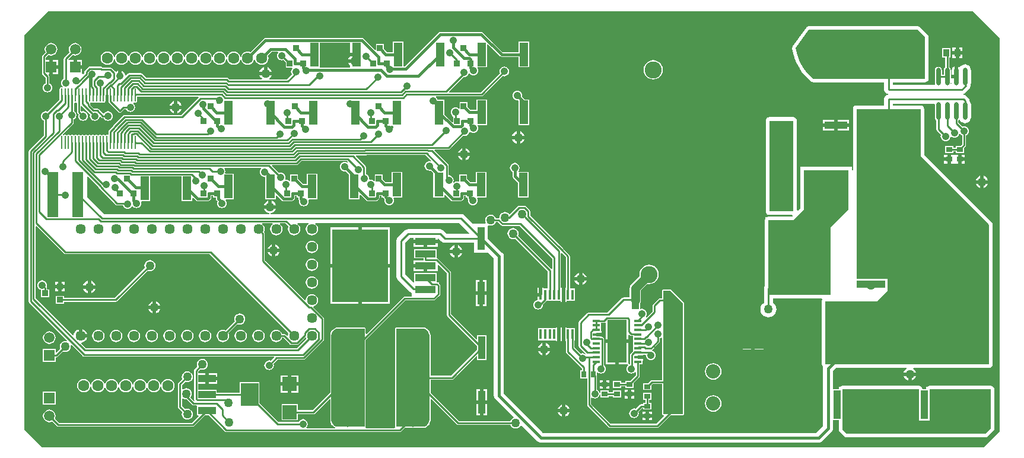
<source format=gtl>
G04 Layer_Physical_Order=1*
G04 Layer_Color=255*
%FSAX25Y25*%
%MOIN*%
G70*
G01*
G75*
%ADD10R,0.04921X0.13189*%
%ADD11R,0.06299X0.04724*%
%ADD12R,0.41732X0.34646*%
%ADD13R,0.04134X0.16339*%
%ADD14R,0.07874X0.07874*%
%ADD15R,0.31496X0.40945*%
%ADD16R,0.11417X0.03937*%
%ADD17R,0.03543X0.03937*%
%ADD18R,0.01400X0.05800*%
G04:AMPARAMS|DCode=19|XSize=187.01mil|YSize=551.18mil|CornerRadius=93.5mil|HoleSize=0mil|Usage=FLASHONLY|Rotation=0.000|XOffset=0mil|YOffset=0mil|HoleType=Round|Shape=RoundedRectangle|*
%AMROUNDEDRECTD19*
21,1,0.18701,0.36417,0,0,0.0*
21,1,0.00000,0.55118,0,0,0.0*
1,1,0.18701,0.00000,-0.18209*
1,1,0.18701,0.00000,-0.18209*
1,1,0.18701,0.00000,0.18209*
1,1,0.18701,0.00000,0.18209*
%
%ADD19ROUNDEDRECTD19*%
%ADD20R,0.03200X0.03600*%
%ADD21R,0.33400X0.20500*%
%ADD22R,0.03937X0.12598*%
%ADD23R,0.09843X0.03937*%
%ADD24R,0.09843X0.12992*%
%ADD25R,0.09500X0.11100*%
%ADD26R,0.02756X0.03543*%
%ADD27R,0.03543X0.02756*%
%ADD28R,0.03600X0.03200*%
%ADD29O,0.00984X0.07480*%
%ADD30O,0.02756X0.09843*%
%ADD31R,0.04134X0.10236*%
%ADD32R,0.04134X0.01772*%
%ADD33R,0.10787X0.23898*%
%ADD34R,0.12598X0.03937*%
%ADD35R,0.34646X0.41732*%
%ADD36R,0.16339X0.04134*%
%ADD37R,0.11221X0.04921*%
%ADD38R,0.24803X0.21850*%
%ADD39C,0.01000*%
%ADD40C,0.01500*%
%ADD41C,0.05000*%
%ADD42R,0.06299X0.25197*%
%ADD43R,0.13500X0.51000*%
%ADD44R,0.12000X0.23500*%
%ADD45C,0.05906*%
%ADD46R,0.05906X0.05906*%
%ADD47C,0.06300*%
%ADD48C,0.08000*%
%ADD49C,0.09567*%
%ADD50C,0.05700*%
%ADD51C,0.04200*%
%ADD52C,0.05000*%
G36*
X0689000Y0324500D02*
Y0103500D01*
X0680000Y0094500D01*
X0151000D01*
X0141000Y0104500D01*
Y0326000D01*
X0154500Y0339500D01*
X0674000Y0339500D01*
X0689000Y0324500D01*
D02*
G37*
%LPC*%
G36*
X0556191Y0149650D02*
X0551441D01*
Y0149500D01*
X0556191D01*
Y0149650D01*
D02*
G37*
G36*
X0454500Y0192374D02*
Y0190000D01*
X0456874D01*
X0456557Y0190765D01*
X0455996Y0191496D01*
X0455265Y0192057D01*
X0454500Y0192374D01*
D02*
G37*
G36*
X0302500Y0200470D02*
X0301602Y0200352D01*
X0300765Y0200005D01*
X0300046Y0199454D01*
X0299495Y0198735D01*
X0299148Y0197898D01*
X0299030Y0197000D01*
X0299148Y0196102D01*
X0299495Y0195265D01*
X0300046Y0194546D01*
X0300765Y0193995D01*
X0301602Y0193648D01*
X0302500Y0193530D01*
X0303398Y0193648D01*
X0304235Y0193995D01*
X0304954Y0194546D01*
X0305505Y0195265D01*
X0305852Y0196102D01*
X0305970Y0197000D01*
X0305852Y0197898D01*
X0305505Y0198735D01*
X0304954Y0199454D01*
X0304235Y0200005D01*
X0303398Y0200352D01*
X0302500Y0200470D01*
D02*
G37*
G36*
X0346362Y0217972D02*
X0330614D01*
Y0197500D01*
X0346362D01*
Y0217972D01*
D02*
G37*
G36*
X0328614D02*
X0312866D01*
Y0197500D01*
X0328614D01*
Y0217972D01*
D02*
G37*
G36*
X0432000Y0152874D02*
X0431235Y0152557D01*
X0430504Y0151996D01*
X0429943Y0151265D01*
X0429626Y0150500D01*
X0432000D01*
Y0152874D01*
D02*
G37*
G36*
X0528000Y0123630D02*
X0526802Y0123472D01*
X0525685Y0123010D01*
X0524726Y0122274D01*
X0523990Y0121315D01*
X0523528Y0120198D01*
X0523370Y0119000D01*
X0523528Y0117802D01*
X0523990Y0116685D01*
X0524726Y0115726D01*
X0525685Y0114990D01*
X0526802Y0114528D01*
X0528000Y0114370D01*
X0529198Y0114528D01*
X0530315Y0114990D01*
X0531274Y0115726D01*
X0532010Y0116685D01*
X0532472Y0117802D01*
X0532630Y0119000D01*
X0532472Y0120198D01*
X0532010Y0121315D01*
X0531274Y0122274D01*
X0530315Y0123010D01*
X0529198Y0123472D01*
X0528000Y0123630D01*
D02*
G37*
G36*
X0492000Y0196940D02*
X0490597Y0196755D01*
X0489290Y0196214D01*
X0488167Y0195352D01*
X0487306Y0194230D01*
X0486764Y0192923D01*
X0486580Y0191520D01*
X0486697Y0190626D01*
X0481938Y0185866D01*
X0481442Y0185220D01*
X0481131Y0184468D01*
X0481025Y0183661D01*
Y0178541D01*
X0477571D01*
X0477145Y0178456D01*
X0476785Y0178215D01*
X0476785Y0178215D01*
X0468681Y0170112D01*
X0458000D01*
X0457575Y0170027D01*
X0457214Y0169786D01*
X0452714Y0165286D01*
X0452473Y0164926D01*
X0452388Y0164500D01*
X0452388Y0164500D01*
Y0151500D01*
X0452388Y0151500D01*
X0452473Y0151075D01*
X0452714Y0150714D01*
X0456245Y0147183D01*
X0455914Y0146806D01*
X0455857Y0146850D01*
X0455202Y0147121D01*
X0454500Y0147214D01*
X0453798Y0147121D01*
X0453553Y0147020D01*
X0450069Y0150504D01*
Y0154409D01*
X0450247D01*
Y0161391D01*
X0445539D01*
Y0161800D01*
X0444839D01*
Y0157900D01*
Y0154000D01*
X0445286D01*
Y0148090D01*
X0445286Y0148090D01*
X0445370Y0147665D01*
X0445611Y0147304D01*
X0454132Y0138783D01*
Y0137862D01*
X0453276D01*
Y0133138D01*
X0457175D01*
Y0118213D01*
X0457175Y0118213D01*
X0457260Y0117787D01*
X0457501Y0117426D01*
X0469214Y0105714D01*
X0469214Y0105714D01*
X0469574Y0105473D01*
X0470000Y0105388D01*
X0470000Y0105388D01*
X0496500D01*
X0496500Y0105388D01*
X0496925Y0105473D01*
X0497286Y0105714D01*
X0503933Y0112361D01*
X0511000D01*
X0511452Y0112548D01*
X0511639Y0113000D01*
X0511639Y0175500D01*
X0511452Y0175952D01*
X0504452Y0182952D01*
X0504000Y0183139D01*
X0500000Y0183139D01*
X0499548Y0182952D01*
X0499447Y0182709D01*
X0499201D01*
Y0178112D01*
X0498000D01*
X0497575Y0178027D01*
X0497214Y0177786D01*
X0497214Y0177786D01*
X0494214Y0174786D01*
X0493973Y0174425D01*
X0493888Y0174000D01*
X0493888Y0174000D01*
Y0170867D01*
X0490500Y0167480D01*
X0490468Y0167476D01*
X0490295Y0167675D01*
X0490197Y0167944D01*
X0490350Y0168143D01*
X0490621Y0168798D01*
X0490714Y0169500D01*
X0490621Y0170202D01*
X0490350Y0170857D01*
X0489919Y0171419D01*
X0489357Y0171850D01*
X0488702Y0172121D01*
X0488000Y0172214D01*
X0487298Y0172121D01*
X0487215Y0172087D01*
X0486799Y0172365D01*
Y0175387D01*
X0486841Y0175441D01*
X0487153Y0176193D01*
X0487259Y0177000D01*
Y0182370D01*
X0491106Y0186217D01*
X0492000Y0186099D01*
X0493403Y0186284D01*
X0494710Y0186826D01*
X0495833Y0187687D01*
X0496694Y0188810D01*
X0497236Y0190117D01*
X0497420Y0191520D01*
X0497236Y0192923D01*
X0496694Y0194230D01*
X0495833Y0195352D01*
X0494710Y0196214D01*
X0493403Y0196755D01*
X0492000Y0196940D01*
D02*
G37*
G36*
X0456874Y0188000D02*
X0454500D01*
Y0185626D01*
X0455265Y0185943D01*
X0455996Y0186504D01*
X0456557Y0187235D01*
X0456874Y0188000D01*
D02*
G37*
G36*
X0452500Y0192374D02*
X0451735Y0192057D01*
X0451004Y0191496D01*
X0450443Y0190765D01*
X0450126Y0190000D01*
X0452500D01*
Y0192374D01*
D02*
G37*
G36*
X0280000Y0208374D02*
X0279235Y0208057D01*
X0278504Y0207496D01*
X0277943Y0206765D01*
X0277626Y0206000D01*
X0280000D01*
Y0208374D01*
D02*
G37*
G36*
X0443000Y0114000D02*
X0440626D01*
X0440943Y0113235D01*
X0441504Y0112504D01*
X0442235Y0111943D01*
X0443000Y0111626D01*
Y0114000D01*
D02*
G37*
G36*
X0282000Y0208374D02*
Y0206000D01*
X0284374D01*
X0284057Y0206765D01*
X0283496Y0207496D01*
X0282765Y0208057D01*
X0282000Y0208374D01*
D02*
G37*
G36*
X0278000Y0232874D02*
X0277235Y0232557D01*
X0276504Y0231996D01*
X0275943Y0231265D01*
X0275626Y0230500D01*
X0278000D01*
Y0232874D01*
D02*
G37*
G36*
X0432000Y0148500D02*
X0429626D01*
X0429943Y0147735D01*
X0430504Y0147004D01*
X0431235Y0146443D01*
X0432000Y0146126D01*
Y0148500D01*
D02*
G37*
G36*
X0447374Y0114000D02*
X0445000D01*
Y0111626D01*
X0445765Y0111943D01*
X0446496Y0112504D01*
X0447057Y0113235D01*
X0447374Y0114000D01*
D02*
G37*
G36*
X0436374Y0148500D02*
X0434000D01*
Y0146126D01*
X0434765Y0146443D01*
X0435496Y0147004D01*
X0436057Y0147735D01*
X0436374Y0148500D01*
D02*
G37*
G36*
X0549441Y0149650D02*
X0544691D01*
Y0149500D01*
X0549441D01*
Y0149650D01*
D02*
G37*
G36*
X0280000Y0204000D02*
X0277626D01*
X0277943Y0203235D01*
X0278504Y0202504D01*
X0279235Y0201943D01*
X0280000Y0201626D01*
Y0204000D01*
D02*
G37*
G36*
X0302500Y0210470D02*
X0301602Y0210352D01*
X0300765Y0210005D01*
X0300046Y0209454D01*
X0299495Y0208735D01*
X0299148Y0207898D01*
X0299030Y0207000D01*
X0299148Y0206102D01*
X0299495Y0205265D01*
X0300046Y0204546D01*
X0300765Y0203995D01*
X0301602Y0203648D01*
X0302500Y0203530D01*
X0303398Y0203648D01*
X0304235Y0203995D01*
X0304954Y0204546D01*
X0305505Y0205265D01*
X0305852Y0206102D01*
X0305970Y0207000D01*
X0305852Y0207898D01*
X0305505Y0208735D01*
X0304954Y0209454D01*
X0304235Y0210005D01*
X0303398Y0210352D01*
X0302500Y0210470D01*
D02*
G37*
G36*
X0284374Y0204000D02*
X0282000D01*
Y0201626D01*
X0282765Y0201943D01*
X0283496Y0202504D01*
X0284057Y0203235D01*
X0284374Y0204000D01*
D02*
G37*
G36*
X0452500Y0188000D02*
X0450126D01*
X0450443Y0187235D01*
X0451004Y0186504D01*
X0451735Y0185943D01*
X0452500Y0185626D01*
Y0188000D01*
D02*
G37*
G36*
X0637500Y0134500D02*
X0635126D01*
X0635443Y0133735D01*
X0636004Y0133004D01*
X0636735Y0132443D01*
X0637500Y0132126D01*
Y0134500D01*
D02*
G37*
G36*
X0294937Y0134811D02*
X0291000D01*
Y0130874D01*
X0294937D01*
Y0134811D01*
D02*
G37*
G36*
X0641874Y0134500D02*
X0639500D01*
Y0132126D01*
X0640265Y0132443D01*
X0640996Y0133004D01*
X0641557Y0133735D01*
X0641874Y0134500D01*
D02*
G37*
G36*
X0294937Y0128874D02*
X0291000D01*
Y0124937D01*
X0294937D01*
Y0128874D01*
D02*
G37*
G36*
X0528000Y0141630D02*
X0526802Y0141472D01*
X0525685Y0141010D01*
X0524726Y0140274D01*
X0523990Y0139315D01*
X0523528Y0138198D01*
X0523370Y0137000D01*
X0523528Y0135802D01*
X0523990Y0134685D01*
X0524726Y0133726D01*
X0525685Y0132990D01*
X0526802Y0132528D01*
X0528000Y0132370D01*
X0529198Y0132528D01*
X0530315Y0132990D01*
X0531274Y0133726D01*
X0532010Y0134685D01*
X0532472Y0135802D01*
X0532630Y0137000D01*
X0532472Y0138198D01*
X0532010Y0139315D01*
X0531274Y0140274D01*
X0530315Y0141010D01*
X0529198Y0141472D01*
X0528000Y0141630D01*
D02*
G37*
G36*
X0442839Y0161800D02*
X0442279D01*
Y0157900D01*
Y0154000D01*
X0442839D01*
Y0157900D01*
Y0161800D01*
D02*
G37*
G36*
X0440279D02*
X0439579D01*
Y0161391D01*
X0429753D01*
Y0154409D01*
X0439579D01*
Y0154000D01*
X0440279D01*
Y0157900D01*
Y0161800D01*
D02*
G37*
G36*
X0289000Y0134811D02*
X0285063D01*
Y0130874D01*
X0289000D01*
Y0134811D01*
D02*
G37*
G36*
X0221648Y0132773D02*
X0220672Y0132644D01*
X0219762Y0132267D01*
X0218980Y0131668D01*
X0218381Y0130886D01*
X0218004Y0129976D01*
X0217963Y0129668D01*
X0217459D01*
X0217418Y0129976D01*
X0217041Y0130886D01*
X0216442Y0131668D01*
X0215660Y0132267D01*
X0214751Y0132644D01*
X0213774Y0132773D01*
X0212797Y0132644D01*
X0211888Y0132267D01*
X0211106Y0131668D01*
X0210507Y0130886D01*
X0210130Y0129976D01*
X0210089Y0129668D01*
X0209585D01*
X0209544Y0129976D01*
X0209167Y0130886D01*
X0208568Y0131668D01*
X0207786Y0132267D01*
X0206876Y0132644D01*
X0205900Y0132773D01*
X0204924Y0132644D01*
X0204014Y0132267D01*
X0203232Y0131668D01*
X0202633Y0130886D01*
X0202256Y0129976D01*
X0202202Y0129570D01*
X0201698D01*
X0201644Y0129976D01*
X0201267Y0130886D01*
X0200668Y0131668D01*
X0199886Y0132267D01*
X0198977Y0132644D01*
X0198000Y0132773D01*
X0197023Y0132644D01*
X0196114Y0132267D01*
X0195332Y0131668D01*
X0194733Y0130886D01*
X0194356Y0129976D01*
X0194302Y0129570D01*
X0193798D01*
X0193744Y0129976D01*
X0193367Y0130886D01*
X0192768Y0131668D01*
X0191986Y0132267D01*
X0191077Y0132644D01*
X0190100Y0132773D01*
X0189123Y0132644D01*
X0188214Y0132267D01*
X0187432Y0131668D01*
X0186833Y0130886D01*
X0186456Y0129976D01*
X0186441Y0129866D01*
X0185937D01*
X0185922Y0129976D01*
X0185545Y0130886D01*
X0184946Y0131668D01*
X0184164Y0132267D01*
X0183254Y0132644D01*
X0182278Y0132773D01*
X0181301Y0132644D01*
X0180392Y0132267D01*
X0179610Y0131668D01*
X0179011Y0130886D01*
X0178634Y0129976D01*
X0178593Y0129668D01*
X0178089D01*
X0178048Y0129976D01*
X0177671Y0130886D01*
X0177072Y0131668D01*
X0176290Y0132267D01*
X0175380Y0132644D01*
X0174404Y0132773D01*
X0173427Y0132644D01*
X0172518Y0132267D01*
X0171736Y0131668D01*
X0171137Y0130886D01*
X0170760Y0129976D01*
X0170631Y0129000D01*
X0170760Y0128024D01*
X0171137Y0127114D01*
X0171736Y0126332D01*
X0172518Y0125733D01*
X0173427Y0125356D01*
X0174404Y0125227D01*
X0175380Y0125356D01*
X0176290Y0125733D01*
X0177072Y0126332D01*
X0177671Y0127114D01*
X0178048Y0128024D01*
X0178089Y0128332D01*
X0178593D01*
X0178634Y0128024D01*
X0179011Y0127114D01*
X0179610Y0126332D01*
X0180392Y0125733D01*
X0181301Y0125356D01*
X0182278Y0125227D01*
X0183254Y0125356D01*
X0184164Y0125733D01*
X0184946Y0126332D01*
X0185545Y0127114D01*
X0185922Y0128024D01*
X0185937Y0128134D01*
X0186441D01*
X0186456Y0128024D01*
X0186833Y0127114D01*
X0187432Y0126332D01*
X0188214Y0125733D01*
X0189123Y0125356D01*
X0190100Y0125227D01*
X0191077Y0125356D01*
X0191986Y0125733D01*
X0192768Y0126332D01*
X0193367Y0127114D01*
X0193744Y0128024D01*
X0193798Y0128430D01*
X0194302D01*
X0194356Y0128024D01*
X0194733Y0127114D01*
X0195332Y0126332D01*
X0196114Y0125733D01*
X0197023Y0125356D01*
X0198000Y0125227D01*
X0198977Y0125356D01*
X0199886Y0125733D01*
X0200668Y0126332D01*
X0201267Y0127114D01*
X0201644Y0128024D01*
X0201698Y0128430D01*
X0202202D01*
X0202256Y0128024D01*
X0202633Y0127114D01*
X0203232Y0126332D01*
X0204014Y0125733D01*
X0204924Y0125356D01*
X0205900Y0125227D01*
X0206876Y0125356D01*
X0207786Y0125733D01*
X0208568Y0126332D01*
X0209167Y0127114D01*
X0209544Y0128024D01*
X0209585Y0128332D01*
X0210089D01*
X0210130Y0128024D01*
X0210507Y0127114D01*
X0211106Y0126332D01*
X0211888Y0125733D01*
X0212797Y0125356D01*
X0213774Y0125227D01*
X0214751Y0125356D01*
X0215660Y0125733D01*
X0216442Y0126332D01*
X0217041Y0127114D01*
X0217418Y0128024D01*
X0217459Y0128332D01*
X0217963D01*
X0218004Y0128024D01*
X0218381Y0127114D01*
X0218980Y0126332D01*
X0219762Y0125733D01*
X0220672Y0125356D01*
X0221648Y0125227D01*
X0222624Y0125356D01*
X0223534Y0125733D01*
X0224316Y0126332D01*
X0224915Y0127114D01*
X0225292Y0128024D01*
X0225421Y0129000D01*
X0225292Y0129976D01*
X0224915Y0130886D01*
X0224316Y0131668D01*
X0223534Y0132267D01*
X0222624Y0132644D01*
X0221648Y0132773D01*
D02*
G37*
G36*
X0249413Y0132055D02*
X0244492D01*
Y0130087D01*
X0249413D01*
Y0132055D01*
D02*
G37*
G36*
X0328614Y0195500D02*
X0312866D01*
Y0175028D01*
X0328614D01*
Y0195500D01*
D02*
G37*
G36*
X0158543Y0125543D02*
X0151457D01*
Y0118457D01*
X0158543D01*
Y0125543D01*
D02*
G37*
G36*
X0434000Y0152874D02*
Y0150500D01*
X0436374D01*
X0436057Y0151265D01*
X0435496Y0151996D01*
X0434765Y0152557D01*
X0434000Y0152874D01*
D02*
G37*
G36*
X0302500Y0190470D02*
X0301602Y0190352D01*
X0300765Y0190005D01*
X0300046Y0189454D01*
X0299495Y0188735D01*
X0299148Y0187898D01*
X0299030Y0187000D01*
X0299148Y0186102D01*
X0299495Y0185265D01*
X0300046Y0184546D01*
X0300765Y0183995D01*
X0301602Y0183648D01*
X0302500Y0183530D01*
X0303398Y0183648D01*
X0304235Y0183995D01*
X0304954Y0184546D01*
X0305505Y0185265D01*
X0305852Y0186102D01*
X0305970Y0187000D01*
X0305852Y0187898D01*
X0305505Y0188735D01*
X0304954Y0189454D01*
X0304235Y0190005D01*
X0303398Y0190352D01*
X0302500Y0190470D01*
D02*
G37*
G36*
X0443000Y0118374D02*
X0442235Y0118057D01*
X0441504Y0117496D01*
X0440943Y0116765D01*
X0440626Y0116000D01*
X0443000D01*
Y0118374D01*
D02*
G37*
G36*
X0445000D02*
Y0116000D01*
X0447374D01*
X0447057Y0116765D01*
X0446496Y0117496D01*
X0445765Y0118057D01*
X0445000Y0118374D01*
D02*
G37*
G36*
X0289000Y0128874D02*
X0285063D01*
Y0124937D01*
X0289000D01*
Y0128874D01*
D02*
G37*
G36*
X0346362Y0195500D02*
X0330614D01*
Y0175028D01*
X0346362D01*
Y0195500D01*
D02*
G37*
G36*
X0430043Y0184000D02*
X0429343D01*
Y0181100D01*
X0430043D01*
Y0184000D01*
D02*
G37*
G36*
X0155000Y0159574D02*
X0154075Y0159452D01*
X0153213Y0159095D01*
X0152473Y0158527D01*
X0151905Y0157787D01*
X0151548Y0156925D01*
X0151426Y0156000D01*
X0151548Y0155075D01*
X0151905Y0154213D01*
X0152473Y0153473D01*
X0153213Y0152905D01*
X0154075Y0152548D01*
X0155000Y0152426D01*
X0155925Y0152548D01*
X0156787Y0152905D01*
X0157527Y0153473D01*
X0158095Y0154213D01*
X0158452Y0155075D01*
X0158574Y0156000D01*
X0158452Y0156925D01*
X0158095Y0157787D01*
X0157527Y0158527D01*
X0156787Y0159095D01*
X0155925Y0159452D01*
X0155000Y0159574D01*
D02*
G37*
G36*
X0249413Y0136024D02*
X0244492D01*
Y0134055D01*
X0249413D01*
Y0136024D01*
D02*
G37*
G36*
X0494362Y0311901D02*
X0492959Y0311716D01*
X0491652Y0311175D01*
X0490529Y0310313D01*
X0489668Y0309191D01*
X0489126Y0307883D01*
X0488942Y0306480D01*
X0489126Y0305077D01*
X0489668Y0303770D01*
X0490529Y0302647D01*
X0491652Y0301786D01*
X0492959Y0301245D01*
X0494362Y0301060D01*
X0495765Y0301245D01*
X0497072Y0301786D01*
X0498195Y0302647D01*
X0499056Y0303770D01*
X0499598Y0305077D01*
X0499783Y0306480D01*
X0499598Y0307883D01*
X0499056Y0309191D01*
X0498195Y0310313D01*
X0497072Y0311175D01*
X0495765Y0311716D01*
X0494362Y0311901D01*
D02*
G37*
G36*
X0604153Y0278468D02*
X0597854D01*
Y0276500D01*
X0604153D01*
Y0278468D01*
D02*
G37*
G36*
X0159953Y0307000D02*
X0157000D01*
Y0304047D01*
X0159953D01*
Y0307000D01*
D02*
G37*
G36*
X0663500Y0308381D02*
X0662786Y0307903D01*
X0662260Y0307117D01*
X0662076Y0306189D01*
Y0303646D01*
X0663500D01*
Y0308381D01*
D02*
G37*
G36*
X0595854Y0278468D02*
X0589555D01*
Y0276500D01*
X0595854D01*
Y0278468D01*
D02*
G37*
G36*
Y0274500D02*
X0589555D01*
Y0272532D01*
X0595854D01*
Y0274500D01*
D02*
G37*
G36*
X0419500Y0271874D02*
Y0269500D01*
X0421874D01*
X0421557Y0270265D01*
X0420996Y0270996D01*
X0420265Y0271557D01*
X0419500Y0271874D01*
D02*
G37*
G36*
X0418000Y0294714D02*
X0417298Y0294621D01*
X0416643Y0294350D01*
X0416081Y0293919D01*
X0415650Y0293357D01*
X0415379Y0292702D01*
X0415286Y0292000D01*
X0415379Y0291298D01*
X0415650Y0290643D01*
X0416081Y0290081D01*
X0416643Y0289650D01*
X0417298Y0289379D01*
X0418000Y0289286D01*
X0418112Y0289301D01*
X0418488Y0288971D01*
Y0275457D01*
X0424590D01*
Y0289827D01*
X0422106D01*
X0420623Y0291310D01*
X0420714Y0292000D01*
X0420621Y0292702D01*
X0420350Y0293357D01*
X0419919Y0293919D01*
X0419357Y0294350D01*
X0418702Y0294621D01*
X0418000Y0294714D01*
D02*
G37*
G36*
X0604153Y0274500D02*
X0597854D01*
Y0272532D01*
X0604153D01*
Y0274500D01*
D02*
G37*
G36*
X0275500Y0307874D02*
X0274735Y0307557D01*
X0274004Y0306996D01*
X0273443Y0306265D01*
X0273126Y0305500D01*
X0275500D01*
Y0307874D01*
D02*
G37*
G36*
X0664150Y0318969D02*
X0662378D01*
Y0317000D01*
X0664150D01*
Y0318969D01*
D02*
G37*
G36*
X0156000Y0321574D02*
X0155075Y0321452D01*
X0154213Y0321095D01*
X0153473Y0320527D01*
X0152905Y0319787D01*
X0152548Y0318925D01*
X0152426Y0318000D01*
X0152548Y0317075D01*
X0152828Y0316400D01*
X0151170Y0314743D01*
X0150929Y0314382D01*
X0150845Y0313957D01*
X0150845Y0313957D01*
Y0304596D01*
X0150845Y0304595D01*
X0150929Y0304170D01*
X0151170Y0303809D01*
X0152888Y0302092D01*
Y0298952D01*
X0152643Y0298850D01*
X0152081Y0298419D01*
X0151650Y0297857D01*
X0151379Y0297202D01*
X0151286Y0296500D01*
X0151379Y0295798D01*
X0151650Y0295143D01*
X0152081Y0294581D01*
X0152643Y0294150D01*
X0153298Y0293879D01*
X0154000Y0293786D01*
X0154702Y0293879D01*
X0155357Y0294150D01*
X0155919Y0294581D01*
X0156350Y0295143D01*
X0156621Y0295798D01*
X0156714Y0296500D01*
X0156621Y0297202D01*
X0156350Y0297857D01*
X0155919Y0298419D01*
X0155357Y0298850D01*
X0155112Y0298952D01*
Y0302552D01*
X0155112Y0302552D01*
X0155027Y0302978D01*
X0154786Y0303339D01*
X0154786Y0303339D01*
X0154539Y0303585D01*
X0154731Y0304047D01*
X0155000D01*
Y0308000D01*
Y0311953D01*
X0153069D01*
Y0313496D01*
X0154400Y0314827D01*
X0155075Y0314548D01*
X0156000Y0314426D01*
X0156925Y0314548D01*
X0157787Y0314905D01*
X0158527Y0315473D01*
X0159095Y0316213D01*
X0159452Y0317075D01*
X0159574Y0318000D01*
X0159452Y0318925D01*
X0159095Y0319787D01*
X0158527Y0320527D01*
X0157787Y0321095D01*
X0156925Y0321452D01*
X0156000Y0321574D01*
D02*
G37*
G36*
X0642999Y0331008D02*
X0581787Y0331007D01*
X0581625Y0330975D01*
X0581459Y0330980D01*
X0581244Y0330899D01*
X0581019Y0330854D01*
X0580881Y0330762D01*
X0580726Y0330703D01*
X0580559Y0330546D01*
X0580368Y0330419D01*
X0580276Y0330281D01*
X0580155Y0330167D01*
X0572777Y0319849D01*
X0572620Y0319502D01*
X0572460Y0319157D01*
X0572460Y0319146D01*
X0572455Y0319136D01*
X0572443Y0318755D01*
X0572427Y0318375D01*
X0572620Y0317126D01*
X0572658Y0317021D01*
X0572666Y0316909D01*
X0573656Y0313250D01*
X0573713Y0313134D01*
X0573739Y0313006D01*
X0574926Y0310140D01*
X0574989Y0310046D01*
X0575024Y0309937D01*
X0576524Y0307222D01*
X0576598Y0307135D01*
X0576644Y0307031D01*
X0578439Y0304501D01*
X0578540Y0304406D01*
X0578614Y0304288D01*
X0581648Y0301059D01*
X0581757Y0300981D01*
X0581843Y0300878D01*
X0582988Y0299944D01*
X0583246Y0299808D01*
X0583488Y0299646D01*
X0583589Y0299626D01*
X0583680Y0299577D01*
X0583970Y0299550D01*
X0584256Y0299493D01*
X0623983Y0299493D01*
Y0295500D01*
X0624175Y0294537D01*
X0624720Y0293720D01*
X0625537Y0293175D01*
X0626391Y0293005D01*
Y0292495D01*
X0625537Y0292325D01*
X0624720Y0291780D01*
X0624175Y0290963D01*
X0623983Y0290000D01*
Y0286507D01*
X0608500D01*
X0607732Y0286354D01*
X0607081Y0285919D01*
X0606646Y0285268D01*
X0606493Y0284500D01*
Y0250120D01*
X0605993Y0250071D01*
X0605854Y0250768D01*
X0605819Y0250821D01*
Y0251894D01*
X0604570D01*
X0604000Y0252007D01*
X0579000D01*
X0578430Y0251894D01*
X0577079D01*
Y0250431D01*
X0576993Y0250000D01*
Y0228831D01*
X0575507Y0227345D01*
X0575007Y0227553D01*
Y0278000D01*
X0574854Y0278768D01*
X0574419Y0279419D01*
X0574413Y0279423D01*
Y0279437D01*
X0574393D01*
X0573768Y0279854D01*
X0573000Y0280007D01*
X0559500D01*
X0558732Y0279854D01*
X0558107Y0279437D01*
X0557878D01*
Y0279116D01*
X0557646Y0278768D01*
X0557493Y0278000D01*
Y0250500D01*
Y0227000D01*
X0557646Y0226232D01*
X0558081Y0225581D01*
X0558083Y0225580D01*
Y0225555D01*
X0558119D01*
X0558732Y0225146D01*
X0559500Y0224993D01*
X0572447D01*
X0572654Y0224493D01*
X0572169Y0224007D01*
X0559000D01*
X0558232Y0223854D01*
X0558203Y0223835D01*
X0557158D01*
Y0222786D01*
X0557146Y0222768D01*
X0556993Y0222000D01*
Y0184991D01*
X0556675Y0184514D01*
X0556483Y0183551D01*
Y0175701D01*
X0555813Y0175187D01*
X0555097Y0174253D01*
X0554646Y0173167D01*
X0554493Y0172000D01*
X0554646Y0170834D01*
X0555097Y0169746D01*
X0555813Y0168813D01*
X0556746Y0168097D01*
X0557833Y0167647D01*
X0559000Y0167493D01*
X0560167Y0167647D01*
X0561253Y0168097D01*
X0562187Y0168813D01*
X0562903Y0169746D01*
X0563353Y0170834D01*
X0563507Y0172000D01*
X0563353Y0173167D01*
X0562903Y0174253D01*
X0562187Y0175187D01*
X0561517Y0175701D01*
Y0177993D01*
X0589029D01*
X0589296Y0177493D01*
X0589146Y0177268D01*
X0588993Y0176500D01*
Y0141000D01*
X0589146Y0140232D01*
X0589505Y0139694D01*
X0589665Y0139260D01*
D01*
X0589790Y0138797D01*
X0589758Y0138551D01*
Y0106258D01*
X0586024Y0102524D01*
X0582523D01*
X0582500Y0102500D01*
X0548500D01*
X0548477Y0102524D01*
X0432354D01*
X0410242Y0124636D01*
Y0201854D01*
X0410242Y0201854D01*
X0410148Y0202564D01*
X0409875Y0203225D01*
X0409439Y0203793D01*
X0401437Y0211795D01*
Y0218761D01*
X0401937Y0219095D01*
X0402193Y0218989D01*
X0403000Y0218883D01*
X0403807Y0218989D01*
X0404559Y0219300D01*
X0405204Y0219796D01*
X0405700Y0220441D01*
X0405885Y0220888D01*
X0406962D01*
X0408727Y0219123D01*
X0408727Y0219123D01*
X0409087Y0218882D01*
X0409513Y0218797D01*
X0419208D01*
X0437479Y0200527D01*
Y0194730D01*
X0436979Y0194579D01*
X0436948Y0194625D01*
X0418326Y0213246D01*
X0418511Y0213693D01*
X0418617Y0214500D01*
X0418511Y0215307D01*
X0418200Y0216059D01*
X0417704Y0216704D01*
X0417059Y0217200D01*
X0416307Y0217511D01*
X0415500Y0217617D01*
X0414693Y0217511D01*
X0413941Y0217200D01*
X0413296Y0216704D01*
X0412800Y0216059D01*
X0412489Y0215307D01*
X0412383Y0214500D01*
X0412489Y0213693D01*
X0412800Y0212941D01*
X0413296Y0212296D01*
X0413941Y0211800D01*
X0414693Y0211489D01*
X0415500Y0211383D01*
X0416307Y0211489D01*
X0416753Y0211674D01*
X0435049Y0193378D01*
Y0183591D01*
X0432743D01*
Y0184000D01*
X0432043D01*
Y0180100D01*
X0431043D01*
Y0179100D01*
X0429343D01*
Y0177178D01*
X0428988Y0177131D01*
X0428334Y0176860D01*
X0427772Y0176428D01*
X0427340Y0175866D01*
X0427069Y0175212D01*
X0426977Y0174510D01*
X0427069Y0173807D01*
X0427340Y0173153D01*
X0427772Y0172590D01*
X0428334Y0172159D01*
X0428988Y0171888D01*
X0429691Y0171796D01*
X0430393Y0171888D01*
X0431047Y0172159D01*
X0431609Y0172590D01*
X0432041Y0173153D01*
X0432312Y0173807D01*
X0432404Y0174510D01*
X0432377Y0174719D01*
X0434268Y0176609D01*
X0442139D01*
Y0176200D01*
X0442839D01*
Y0180100D01*
Y0184000D01*
X0442391D01*
Y0203486D01*
X0442853Y0203677D01*
X0445286Y0201245D01*
Y0184000D01*
X0444839D01*
Y0180100D01*
Y0176200D01*
X0445539D01*
Y0176609D01*
X0450247D01*
Y0183591D01*
X0447510D01*
Y0201706D01*
X0447425Y0202131D01*
X0447184Y0202492D01*
X0447184Y0202492D01*
X0443904Y0205772D01*
X0443897Y0205805D01*
X0443656Y0206166D01*
X0443656Y0206166D01*
X0425203Y0224619D01*
Y0226987D01*
X0425203Y0226987D01*
X0425118Y0227413D01*
X0424877Y0227773D01*
X0424877Y0227773D01*
X0422774Y0229877D01*
X0422413Y0230118D01*
X0421987Y0230203D01*
X0421987Y0230203D01*
X0419013D01*
X0418587Y0230118D01*
X0418226Y0229877D01*
X0413841Y0225491D01*
X0413342Y0225524D01*
X0413204Y0225704D01*
X0412559Y0226200D01*
X0411807Y0226511D01*
X0411000Y0226617D01*
X0410193Y0226511D01*
X0409441Y0226200D01*
X0408796Y0225704D01*
X0408300Y0225059D01*
X0407989Y0224307D01*
X0407887Y0223529D01*
X0407876Y0223494D01*
X0407430Y0223110D01*
X0407422Y0223112D01*
X0407422Y0223112D01*
X0405885D01*
X0405700Y0223559D01*
X0405204Y0224204D01*
X0404559Y0224700D01*
X0403807Y0225011D01*
X0403000Y0225117D01*
X0402193Y0225011D01*
X0401441Y0224700D01*
X0400796Y0224204D01*
X0400300Y0223559D01*
X0399989Y0222807D01*
X0399883Y0222000D01*
X0399989Y0221193D01*
X0400226Y0220622D01*
X0399967Y0220122D01*
X0393563D01*
Y0220004D01*
X0393101Y0219813D01*
X0388134Y0224780D01*
X0387317Y0225325D01*
X0386354Y0225517D01*
X0279390D01*
X0279358Y0226017D01*
X0279914Y0226090D01*
X0280765Y0226443D01*
X0281496Y0227004D01*
X0282057Y0227735D01*
X0282374Y0228500D01*
X0275626D01*
X0275943Y0227735D01*
X0276504Y0227004D01*
X0277235Y0226443D01*
X0278086Y0226090D01*
X0278643Y0226017D01*
X0278610Y0225517D01*
X0185629D01*
X0176243Y0234903D01*
Y0246531D01*
X0176705Y0246722D01*
X0182697Y0240730D01*
Y0240679D01*
X0182697Y0240678D01*
X0182782Y0240253D01*
X0183023Y0239892D01*
X0192202Y0230714D01*
X0192202Y0230714D01*
X0192562Y0230473D01*
X0192988Y0230388D01*
X0196367D01*
X0196379Y0230298D01*
X0196650Y0229643D01*
X0197081Y0229081D01*
X0197643Y0228650D01*
X0198298Y0228379D01*
X0199000Y0228286D01*
X0199702Y0228379D01*
X0200357Y0228650D01*
X0200919Y0229081D01*
X0201350Y0229643D01*
X0201369Y0229688D01*
X0201941Y0229763D01*
X0202081Y0229581D01*
X0202643Y0229150D01*
X0203298Y0228879D01*
X0204000Y0228786D01*
X0204702Y0228879D01*
X0205357Y0229150D01*
X0205919Y0229581D01*
X0206350Y0230143D01*
X0206621Y0230798D01*
X0206714Y0231500D01*
X0206621Y0232202D01*
X0206540Y0232399D01*
X0206818Y0232815D01*
X0211740D01*
Y0246711D01*
X0229260D01*
Y0232815D01*
X0235362D01*
Y0234363D01*
X0235824Y0234554D01*
X0237422Y0232956D01*
X0237865Y0232660D01*
X0238389Y0232556D01*
X0243915D01*
X0244438Y0232660D01*
X0244882Y0232956D01*
X0245667Y0233741D01*
X0245963Y0234185D01*
X0246067Y0234708D01*
Y0235696D01*
X0247110D01*
Y0234672D01*
X0248633D01*
Y0234000D01*
X0248737Y0233477D01*
X0249033Y0233033D01*
X0249521Y0232546D01*
X0249379Y0232202D01*
X0249286Y0231500D01*
X0249379Y0230798D01*
X0249650Y0230143D01*
X0250081Y0229581D01*
X0250643Y0229150D01*
X0251298Y0228879D01*
X0252000Y0228786D01*
X0252702Y0228879D01*
X0253357Y0229150D01*
X0253919Y0229581D01*
X0254350Y0230143D01*
X0254621Y0230798D01*
X0254714Y0231500D01*
X0254621Y0232202D01*
X0254350Y0232857D01*
X0253999Y0233315D01*
X0254157Y0233815D01*
X0258740D01*
Y0248185D01*
X0254034D01*
X0253879Y0248417D01*
X0253768Y0248685D01*
X0253850Y0249308D01*
X0253758Y0250010D01*
X0253487Y0250664D01*
X0253243Y0250983D01*
X0253489Y0251483D01*
X0273994D01*
X0274164Y0250983D01*
X0274081Y0250919D01*
X0273650Y0250357D01*
X0273379Y0249702D01*
X0273286Y0249000D01*
X0273379Y0248298D01*
X0273650Y0247643D01*
X0274081Y0247081D01*
X0274643Y0246650D01*
X0275298Y0246379D01*
X0276000Y0246286D01*
X0276260Y0246058D01*
Y0233815D01*
X0282362D01*
Y0235579D01*
X0282824Y0235770D01*
X0285638Y0232956D01*
X0286082Y0232660D01*
X0286605Y0232556D01*
X0290915D01*
X0291438Y0232660D01*
X0291882Y0232956D01*
X0292667Y0233741D01*
X0292963Y0234185D01*
X0293067Y0234708D01*
Y0235696D01*
X0294110D01*
Y0234672D01*
X0294933D01*
Y0234200D01*
X0295037Y0233677D01*
X0295334Y0233233D01*
X0295377Y0233190D01*
X0295286Y0232500D01*
X0295379Y0231798D01*
X0295650Y0231143D01*
X0296081Y0230581D01*
X0296643Y0230150D01*
X0297298Y0229879D01*
X0298000Y0229786D01*
X0298702Y0229879D01*
X0299357Y0230150D01*
X0299919Y0230581D01*
X0300350Y0231143D01*
X0300621Y0231798D01*
X0300714Y0232500D01*
X0300621Y0233202D01*
X0300540Y0233399D01*
X0300818Y0233815D01*
X0305740D01*
Y0248185D01*
X0299638D01*
Y0242367D01*
X0297466D01*
X0294690Y0245142D01*
Y0247791D01*
X0290310D01*
Y0244166D01*
X0289809Y0244003D01*
X0289357Y0244350D01*
X0288702Y0244621D01*
X0288000Y0244714D01*
X0287916Y0244703D01*
X0287565Y0245161D01*
X0287621Y0245298D01*
X0287714Y0246000D01*
X0287621Y0246702D01*
X0287350Y0247357D01*
X0286919Y0247919D01*
X0286357Y0248350D01*
X0285702Y0248621D01*
X0285000Y0248714D01*
X0284298Y0248621D01*
X0284053Y0248520D01*
X0279961Y0252611D01*
X0280153Y0253073D01*
X0293989D01*
X0293989Y0253073D01*
X0294415Y0253158D01*
X0294776Y0253399D01*
X0296631Y0255254D01*
X0322173D01*
X0322744Y0254683D01*
X0322414Y0254306D01*
X0322357Y0254350D01*
X0321702Y0254621D01*
X0321000Y0254714D01*
X0320298Y0254621D01*
X0319643Y0254350D01*
X0319081Y0253919D01*
X0318650Y0253357D01*
X0318379Y0252702D01*
X0318286Y0252000D01*
X0318379Y0251298D01*
X0318650Y0250643D01*
X0319081Y0250081D01*
X0319643Y0249650D01*
X0320298Y0249379D01*
X0321000Y0249286D01*
X0321690Y0249377D01*
X0323260Y0247807D01*
Y0233815D01*
X0329362D01*
Y0236079D01*
X0329824Y0236270D01*
X0333138Y0232956D01*
X0333581Y0232660D01*
X0334105Y0232556D01*
X0338415D01*
X0338938Y0232660D01*
X0339382Y0232956D01*
X0340167Y0233741D01*
X0340463Y0234185D01*
X0340567Y0234708D01*
Y0235696D01*
X0341610D01*
Y0234672D01*
X0342540D01*
X0342833Y0234233D01*
X0343377Y0233690D01*
X0343286Y0233000D01*
X0343379Y0232298D01*
X0343650Y0231643D01*
X0344081Y0231081D01*
X0344643Y0230650D01*
X0345298Y0230379D01*
X0346000Y0230286D01*
X0346702Y0230379D01*
X0347357Y0230650D01*
X0347919Y0231081D01*
X0348350Y0231643D01*
X0348621Y0232298D01*
X0348714Y0233000D01*
X0348621Y0233702D01*
X0348368Y0234315D01*
X0348497Y0234680D01*
X0348564Y0234815D01*
X0353240D01*
Y0249185D01*
X0347138D01*
Y0243367D01*
X0343966D01*
X0342191Y0245142D01*
Y0247791D01*
X0337809D01*
Y0244166D01*
X0337310Y0244003D01*
X0336857Y0244350D01*
X0336202Y0244621D01*
X0335500Y0244714D01*
X0335169Y0244670D01*
X0334722Y0245111D01*
X0334748Y0245309D01*
X0334656Y0246012D01*
X0334385Y0246666D01*
X0333953Y0247228D01*
X0333391Y0247660D01*
X0332803Y0247904D01*
Y0251822D01*
X0332718Y0252247D01*
X0332477Y0252608D01*
X0332477Y0252608D01*
X0327111Y0257973D01*
X0327303Y0258435D01*
X0332794D01*
X0332794Y0258435D01*
X0333220Y0258520D01*
X0333293Y0258569D01*
X0366358D01*
X0369344Y0255583D01*
X0369310Y0255471D01*
X0369083Y0255137D01*
X0368500Y0255214D01*
X0367798Y0255121D01*
X0367143Y0254850D01*
X0366581Y0254419D01*
X0366150Y0253857D01*
X0365879Y0253202D01*
X0365786Y0252500D01*
X0365879Y0251798D01*
X0366150Y0251143D01*
X0366581Y0250581D01*
X0367143Y0250150D01*
X0367798Y0249879D01*
X0368500Y0249786D01*
X0369190Y0249877D01*
X0370760Y0248307D01*
Y0234815D01*
X0376862D01*
Y0236079D01*
X0377324Y0236270D01*
X0380638Y0232956D01*
X0381082Y0232660D01*
X0381605Y0232556D01*
X0385915D01*
X0386438Y0232660D01*
X0386882Y0232956D01*
X0387667Y0233741D01*
X0387963Y0234185D01*
X0388067Y0234708D01*
Y0235696D01*
X0389109D01*
Y0234672D01*
X0389939D01*
X0390037Y0234177D01*
X0390334Y0233734D01*
X0390377Y0233690D01*
X0390286Y0233000D01*
X0390379Y0232298D01*
X0390650Y0231643D01*
X0391081Y0231081D01*
X0391643Y0230650D01*
X0392298Y0230379D01*
X0393000Y0230286D01*
X0393702Y0230379D01*
X0394357Y0230650D01*
X0394919Y0231081D01*
X0395350Y0231643D01*
X0395621Y0232298D01*
X0395714Y0233000D01*
X0395621Y0233702D01*
X0395368Y0234315D01*
X0395497Y0234680D01*
X0395564Y0234815D01*
X0400740D01*
Y0249185D01*
X0394638D01*
Y0243367D01*
X0391466D01*
X0389690Y0245142D01*
Y0247791D01*
X0385310D01*
Y0243820D01*
X0384894Y0243542D01*
X0384702Y0243621D01*
X0384000Y0243714D01*
X0383298Y0243621D01*
X0382643Y0243350D01*
X0382400Y0243163D01*
X0381989Y0243479D01*
X0382121Y0243798D01*
X0382214Y0244500D01*
X0382121Y0245202D01*
X0381850Y0245857D01*
X0381419Y0246419D01*
X0380857Y0246850D01*
X0380202Y0247121D01*
X0379500Y0247214D01*
X0379303Y0247387D01*
Y0252821D01*
X0379303Y0252822D01*
X0379218Y0253247D01*
X0378977Y0253608D01*
X0371378Y0261207D01*
X0371585Y0261707D01*
X0379264D01*
X0379264Y0261707D01*
X0379689Y0261792D01*
X0380050Y0262033D01*
X0387491Y0269473D01*
X0387735Y0269372D01*
X0388438Y0269279D01*
X0389140Y0269372D01*
X0389795Y0269643D01*
X0390357Y0270074D01*
X0390788Y0270636D01*
X0391059Y0271290D01*
X0391592Y0271506D01*
X0391872Y0271291D01*
X0392526Y0271020D01*
X0393228Y0270928D01*
X0393931Y0271020D01*
X0394585Y0271291D01*
X0395147Y0271723D01*
X0395579Y0272285D01*
X0395850Y0272939D01*
X0395942Y0273642D01*
X0395850Y0274344D01*
X0395596Y0274957D01*
X0395726Y0275322D01*
X0395792Y0275457D01*
X0400969D01*
Y0289827D01*
X0394866D01*
Y0284009D01*
X0391694D01*
X0389919Y0285784D01*
Y0288432D01*
X0385538D01*
Y0284808D01*
X0385038Y0284645D01*
X0384585Y0284992D01*
X0383931Y0285263D01*
X0383228Y0285355D01*
X0382526Y0285263D01*
X0381872Y0284992D01*
X0381309Y0284561D01*
X0380878Y0283999D01*
X0380607Y0283344D01*
X0380515Y0282642D01*
X0380607Y0281939D01*
X0380878Y0281285D01*
X0381309Y0280723D01*
X0381589Y0280509D01*
X0381798Y0280095D01*
Y0277186D01*
X0381336Y0276994D01*
X0376862Y0281468D01*
Y0289685D01*
X0373124D01*
X0373121Y0289702D01*
X0372850Y0290357D01*
X0372419Y0290919D01*
X0372211Y0291079D01*
X0372380Y0291579D01*
X0397858D01*
X0397858Y0291579D01*
X0398284Y0291663D01*
X0398644Y0291904D01*
X0409781Y0303041D01*
X0410026Y0302939D01*
X0410728Y0302847D01*
X0411431Y0302939D01*
X0412085Y0303210D01*
X0412647Y0303642D01*
X0413078Y0304204D01*
X0413350Y0304858D01*
X0413442Y0305561D01*
X0413350Y0306263D01*
X0413078Y0306918D01*
X0412647Y0307480D01*
X0412085Y0307911D01*
X0411431Y0308182D01*
X0410728Y0308274D01*
X0410026Y0308182D01*
X0409371Y0307911D01*
X0408809Y0307480D01*
X0408378Y0306918D01*
X0408107Y0306263D01*
X0408015Y0305561D01*
X0408107Y0304858D01*
X0408209Y0304613D01*
X0397398Y0293802D01*
X0379747D01*
X0379556Y0294264D01*
X0387627Y0302335D01*
X0388000Y0302286D01*
X0388702Y0302379D01*
X0389357Y0302650D01*
X0389919Y0303081D01*
X0390350Y0303643D01*
X0390621Y0304298D01*
X0390621Y0304298D01*
X0391144Y0304438D01*
X0391309Y0304223D01*
X0391872Y0303791D01*
X0392526Y0303520D01*
X0393228Y0303428D01*
X0393931Y0303520D01*
X0394585Y0303791D01*
X0395147Y0304223D01*
X0395579Y0304785D01*
X0395850Y0305439D01*
X0395942Y0306142D01*
X0395850Y0306844D01*
X0395596Y0307457D01*
X0395726Y0307822D01*
X0395792Y0307957D01*
X0400969D01*
Y0320734D01*
X0401430Y0320925D01*
X0408180Y0314175D01*
X0408624Y0313879D01*
X0409147Y0313775D01*
X0418488D01*
Y0307957D01*
X0424590D01*
Y0322327D01*
X0418488D01*
Y0316509D01*
X0409713D01*
X0398755Y0327467D01*
X0398311Y0327763D01*
X0397788Y0327867D01*
X0374668D01*
X0374145Y0327763D01*
X0373702Y0327467D01*
X0354612Y0308377D01*
X0353969D01*
Y0322327D01*
X0347866D01*
Y0316509D01*
X0344694D01*
X0342919Y0318284D01*
Y0320932D01*
X0338538D01*
Y0317681D01*
X0338076Y0317489D01*
X0331522Y0324043D01*
X0331078Y0324340D01*
X0330555Y0324444D01*
X0300901D01*
X0300516Y0324367D01*
X0276459D01*
X0275936Y0324263D01*
X0275493Y0323967D01*
X0267955Y0316429D01*
X0267436Y0316644D01*
X0266459Y0316773D01*
X0265483Y0316644D01*
X0264573Y0316267D01*
X0263791Y0315668D01*
X0263192Y0314886D01*
X0262815Y0313977D01*
X0262787Y0313767D01*
X0262283D01*
X0262255Y0313977D01*
X0261878Y0314886D01*
X0261279Y0315668D01*
X0260497Y0316267D01*
X0259588Y0316644D01*
X0258611Y0316773D01*
X0257634Y0316644D01*
X0256725Y0316267D01*
X0255943Y0315668D01*
X0255344Y0314886D01*
X0254967Y0313977D01*
X0254913Y0313570D01*
X0254409D01*
X0254355Y0313977D01*
X0253978Y0314886D01*
X0253379Y0315668D01*
X0252597Y0316267D01*
X0251688Y0316644D01*
X0250711Y0316773D01*
X0249734Y0316644D01*
X0248825Y0316267D01*
X0248043Y0315668D01*
X0247444Y0314886D01*
X0247067Y0313977D01*
X0247013Y0313570D01*
X0246509D01*
X0246455Y0313977D01*
X0246078Y0314886D01*
X0245479Y0315668D01*
X0244697Y0316267D01*
X0243788Y0316644D01*
X0242811Y0316773D01*
X0241834Y0316644D01*
X0240925Y0316267D01*
X0240143Y0315668D01*
X0239544Y0314886D01*
X0239167Y0313977D01*
X0239126Y0313668D01*
X0238622D01*
X0238581Y0313977D01*
X0238204Y0314886D01*
X0237605Y0315668D01*
X0236823Y0316267D01*
X0235913Y0316644D01*
X0234937Y0316773D01*
X0233961Y0316644D01*
X0233051Y0316267D01*
X0232269Y0315668D01*
X0231670Y0314886D01*
X0231293Y0313977D01*
X0231252Y0313668D01*
X0230748D01*
X0230707Y0313977D01*
X0230330Y0314886D01*
X0229731Y0315668D01*
X0228949Y0316267D01*
X0228040Y0316644D01*
X0227063Y0316773D01*
X0226086Y0316644D01*
X0225177Y0316267D01*
X0224395Y0315668D01*
X0223796Y0314886D01*
X0223419Y0313977D01*
X0223404Y0313866D01*
X0222900D01*
X0222885Y0313977D01*
X0222508Y0314886D01*
X0221909Y0315668D01*
X0221127Y0316267D01*
X0220217Y0316644D01*
X0219241Y0316773D01*
X0218265Y0316644D01*
X0217354Y0316267D01*
X0216573Y0315668D01*
X0215974Y0314886D01*
X0215597Y0313977D01*
X0215543Y0313570D01*
X0215039D01*
X0214985Y0313977D01*
X0214608Y0314886D01*
X0214009Y0315668D01*
X0213227Y0316267D01*
X0212317Y0316644D01*
X0211341Y0316773D01*
X0210365Y0316644D01*
X0209454Y0316267D01*
X0208673Y0315668D01*
X0208074Y0314886D01*
X0207697Y0313977D01*
X0207643Y0313570D01*
X0207139D01*
X0207085Y0313977D01*
X0206708Y0314886D01*
X0206109Y0315668D01*
X0205327Y0316267D01*
X0204417Y0316644D01*
X0203441Y0316773D01*
X0202465Y0316644D01*
X0201554Y0316267D01*
X0200773Y0315668D01*
X0200174Y0314886D01*
X0199797Y0313977D01*
X0199756Y0313668D01*
X0199252D01*
X0199211Y0313977D01*
X0198834Y0314886D01*
X0198235Y0315668D01*
X0197453Y0316267D01*
X0196543Y0316644D01*
X0195567Y0316773D01*
X0194590Y0316644D01*
X0193681Y0316267D01*
X0192899Y0315668D01*
X0192299Y0314886D01*
X0191923Y0313977D01*
X0191882Y0313668D01*
X0191378D01*
X0191337Y0313977D01*
X0190960Y0314886D01*
X0190361Y0315668D01*
X0189579Y0316267D01*
X0188669Y0316644D01*
X0187693Y0316773D01*
X0186716Y0316644D01*
X0185807Y0316267D01*
X0185025Y0315668D01*
X0184425Y0314886D01*
X0184049Y0313977D01*
X0183920Y0313000D01*
X0184049Y0312023D01*
X0184425Y0311114D01*
X0185025Y0310332D01*
X0185807Y0309733D01*
X0186716Y0309356D01*
X0187693Y0309227D01*
X0188669Y0309356D01*
X0189579Y0309733D01*
X0190361Y0310332D01*
X0190960Y0311114D01*
X0191337Y0312023D01*
X0191378Y0312332D01*
X0191882D01*
X0191923Y0312023D01*
X0192299Y0311114D01*
X0192899Y0310332D01*
X0193681Y0309733D01*
X0194590Y0309356D01*
X0195567Y0309227D01*
X0196543Y0309356D01*
X0197453Y0309733D01*
X0198235Y0310332D01*
X0198834Y0311114D01*
X0199211Y0312023D01*
X0199252Y0312332D01*
X0199756D01*
X0199797Y0312023D01*
X0200174Y0311114D01*
X0200773Y0310332D01*
X0201554Y0309733D01*
X0202465Y0309356D01*
X0203441Y0309227D01*
X0204417Y0309356D01*
X0205327Y0309733D01*
X0206109Y0310332D01*
X0206708Y0311114D01*
X0207085Y0312023D01*
X0207139Y0312430D01*
X0207643D01*
X0207697Y0312023D01*
X0208074Y0311114D01*
X0208673Y0310332D01*
X0209454Y0309733D01*
X0210365Y0309356D01*
X0211341Y0309227D01*
X0212317Y0309356D01*
X0213227Y0309733D01*
X0214009Y0310332D01*
X0214608Y0311114D01*
X0214985Y0312023D01*
X0215039Y0312430D01*
X0215543D01*
X0215597Y0312023D01*
X0215974Y0311114D01*
X0216573Y0310332D01*
X0217354Y0309733D01*
X0218265Y0309356D01*
X0219241Y0309227D01*
X0220217Y0309356D01*
X0221127Y0309733D01*
X0221909Y0310332D01*
X0222508Y0311114D01*
X0222885Y0312023D01*
X0222900Y0312134D01*
X0223404D01*
X0223419Y0312023D01*
X0223796Y0311114D01*
X0224395Y0310332D01*
X0225177Y0309733D01*
X0226086Y0309356D01*
X0227063Y0309227D01*
X0228040Y0309356D01*
X0228949Y0309733D01*
X0229731Y0310332D01*
X0230330Y0311114D01*
X0230707Y0312023D01*
X0230748Y0312332D01*
X0231252D01*
X0231293Y0312023D01*
X0231670Y0311114D01*
X0232269Y0310332D01*
X0233051Y0309733D01*
X0233961Y0309356D01*
X0234937Y0309227D01*
X0235913Y0309356D01*
X0236823Y0309733D01*
X0237605Y0310332D01*
X0238204Y0311114D01*
X0238581Y0312023D01*
X0238622Y0312332D01*
X0239126D01*
X0239167Y0312023D01*
X0239544Y0311114D01*
X0240143Y0310332D01*
X0240925Y0309733D01*
X0241834Y0309356D01*
X0242811Y0309227D01*
X0243788Y0309356D01*
X0244697Y0309733D01*
X0245479Y0310332D01*
X0246078Y0311114D01*
X0246455Y0312023D01*
X0246509Y0312430D01*
X0247013D01*
X0247067Y0312023D01*
X0247444Y0311114D01*
X0248043Y0310332D01*
X0248825Y0309733D01*
X0249734Y0309356D01*
X0250711Y0309227D01*
X0251688Y0309356D01*
X0252597Y0309733D01*
X0253379Y0310332D01*
X0253978Y0311114D01*
X0254355Y0312023D01*
X0254409Y0312430D01*
X0254913D01*
X0254967Y0312023D01*
X0255344Y0311114D01*
X0255943Y0310332D01*
X0256725Y0309733D01*
X0257634Y0309356D01*
X0258611Y0309227D01*
X0259588Y0309356D01*
X0260497Y0309733D01*
X0261279Y0310332D01*
X0261878Y0311114D01*
X0262255Y0312023D01*
X0262283Y0312233D01*
X0262787D01*
X0262815Y0312023D01*
X0263192Y0311114D01*
X0263791Y0310332D01*
X0264573Y0309733D01*
X0265483Y0309356D01*
X0266459Y0309227D01*
X0267436Y0309356D01*
X0268345Y0309733D01*
X0269127Y0310332D01*
X0269726Y0311114D01*
X0270103Y0312023D01*
X0270157Y0312430D01*
X0270661D01*
X0270715Y0312023D01*
X0271092Y0311114D01*
X0271691Y0310332D01*
X0272473Y0309733D01*
X0273383Y0309356D01*
X0274359Y0309227D01*
X0275336Y0309356D01*
X0276245Y0309733D01*
X0277027Y0310332D01*
X0277626Y0311114D01*
X0278003Y0312023D01*
X0278132Y0313000D01*
X0278003Y0313977D01*
X0277788Y0314496D01*
X0279925Y0316633D01*
X0280761D01*
X0281060Y0316574D01*
X0283262D01*
X0283509Y0316074D01*
X0283343Y0315857D01*
X0283072Y0315202D01*
X0282979Y0314500D01*
X0283072Y0313798D01*
X0283343Y0313143D01*
X0283774Y0312581D01*
X0284336Y0312150D01*
X0284991Y0311879D01*
X0285693Y0311786D01*
X0286395Y0311879D01*
X0286640Y0311980D01*
X0287798Y0310823D01*
Y0307814D01*
X0291342D01*
X0291501Y0307314D01*
X0291150Y0306857D01*
X0290879Y0306202D01*
X0290786Y0305500D01*
X0290879Y0304798D01*
X0291150Y0304143D01*
X0291333Y0303905D01*
X0288539Y0301112D01*
X0278655D01*
X0278486Y0301612D01*
X0278996Y0302004D01*
X0279557Y0302735D01*
X0279874Y0303500D01*
X0273126D01*
X0273443Y0302735D01*
X0274004Y0302004D01*
X0274514Y0301612D01*
X0274345Y0301112D01*
X0256220D01*
X0255545Y0301786D01*
X0255185Y0302027D01*
X0254759Y0302112D01*
X0254759Y0302112D01*
X0209401D01*
X0207246Y0304267D01*
X0206886Y0304508D01*
X0206460Y0304592D01*
X0206460Y0304592D01*
X0199879D01*
X0199878Y0304592D01*
X0199453Y0304508D01*
X0199092Y0304267D01*
X0198096Y0303270D01*
X0197568Y0303449D01*
X0197520Y0303809D01*
X0197208Y0304563D01*
X0196711Y0305211D01*
X0196063Y0305708D01*
X0195500Y0305941D01*
Y0303000D01*
X0193500D01*
Y0305941D01*
X0192937Y0305708D01*
X0192642Y0305482D01*
X0191981Y0305601D01*
X0191977Y0305608D01*
X0190108Y0307477D01*
X0189747Y0307718D01*
X0189322Y0307803D01*
X0189321Y0307803D01*
X0189296D01*
X0188949Y0307871D01*
X0188949Y0307871D01*
X0184897D01*
X0184792Y0307977D01*
X0184431Y0308218D01*
X0184005Y0308302D01*
X0184005Y0308302D01*
X0177691D01*
X0177265Y0308218D01*
X0176904Y0307977D01*
X0175035Y0306108D01*
X0174794Y0305747D01*
X0174710Y0305322D01*
X0174710Y0305322D01*
Y0304632D01*
X0174101Y0304023D01*
X0173928Y0304023D01*
X0173453Y0304492D01*
X0173453Y0307000D01*
X0169500D01*
Y0308000D01*
X0168500D01*
Y0311953D01*
X0165732D01*
X0165510Y0312437D01*
X0167900Y0314827D01*
X0168575Y0314548D01*
X0169500Y0314426D01*
X0170425Y0314548D01*
X0171287Y0314905D01*
X0172027Y0315473D01*
X0172595Y0316213D01*
X0172952Y0317075D01*
X0173074Y0318000D01*
X0172952Y0318925D01*
X0172595Y0319787D01*
X0172027Y0320527D01*
X0171287Y0321095D01*
X0170425Y0321452D01*
X0169500Y0321574D01*
X0168575Y0321452D01*
X0167713Y0321095D01*
X0166973Y0320527D01*
X0166405Y0319787D01*
X0166048Y0318925D01*
X0165926Y0318000D01*
X0166048Y0317075D01*
X0166328Y0316400D01*
X0163401Y0313474D01*
X0163160Y0313113D01*
X0163076Y0312688D01*
X0163076Y0312688D01*
Y0301627D01*
X0162831Y0301526D01*
X0162269Y0301095D01*
X0161837Y0300533D01*
X0161566Y0299878D01*
X0161474Y0299176D01*
X0161566Y0298473D01*
X0161837Y0297819D01*
X0162269Y0297257D01*
X0162488Y0297089D01*
X0162547Y0296577D01*
X0162383Y0296468D01*
X0162253Y0296555D01*
X0161831Y0296639D01*
X0161408Y0296555D01*
X0161050Y0296316D01*
X0160811Y0295958D01*
X0160727Y0295535D01*
Y0292328D01*
X0160719Y0292287D01*
Y0289791D01*
X0153947Y0283020D01*
X0153702Y0283121D01*
X0153000Y0283214D01*
X0152298Y0283121D01*
X0151643Y0282850D01*
X0151081Y0282419D01*
X0150650Y0281857D01*
X0150379Y0281202D01*
X0150286Y0280500D01*
X0150379Y0279798D01*
X0150650Y0279143D01*
X0151081Y0278581D01*
X0151643Y0278150D01*
X0151888Y0278048D01*
Y0269577D01*
X0143752Y0261440D01*
X0143510Y0261080D01*
X0143426Y0260654D01*
X0143426Y0260654D01*
Y0176462D01*
X0143426Y0176462D01*
X0143510Y0176037D01*
X0143752Y0175676D01*
X0164955Y0154473D01*
X0164908Y0154328D01*
X0164695Y0154026D01*
X0164000Y0154117D01*
X0163193Y0154011D01*
X0162441Y0153700D01*
X0161796Y0153204D01*
X0161300Y0152559D01*
X0160989Y0151807D01*
X0160883Y0151000D01*
X0160989Y0150193D01*
X0161174Y0149747D01*
X0159005Y0147578D01*
X0158543Y0147769D01*
Y0149543D01*
X0151457D01*
Y0142457D01*
X0158543D01*
Y0144816D01*
X0159000Y0144888D01*
X0159425Y0144973D01*
X0159786Y0145214D01*
X0162747Y0148174D01*
X0163193Y0147989D01*
X0164000Y0147883D01*
X0164807Y0147989D01*
X0165559Y0148300D01*
X0166204Y0148796D01*
X0166700Y0149441D01*
X0167011Y0150193D01*
X0167117Y0151000D01*
X0167026Y0151695D01*
X0167328Y0151908D01*
X0167473Y0151955D01*
X0173714Y0145714D01*
X0174074Y0145473D01*
X0174500Y0145388D01*
X0174500Y0145388D01*
X0281162D01*
X0281354Y0144926D01*
X0279447Y0143020D01*
X0279202Y0143121D01*
X0278500Y0143214D01*
X0277798Y0143121D01*
X0277143Y0142850D01*
X0276581Y0142419D01*
X0276150Y0141857D01*
X0275879Y0141202D01*
X0275786Y0140500D01*
X0275879Y0139798D01*
X0276150Y0139143D01*
X0276581Y0138581D01*
X0277143Y0138150D01*
X0277798Y0137879D01*
X0278500Y0137786D01*
X0279202Y0137879D01*
X0279857Y0138150D01*
X0280419Y0138581D01*
X0280850Y0139143D01*
X0281121Y0139798D01*
X0281214Y0140500D01*
X0281121Y0141202D01*
X0281020Y0141447D01*
X0283163Y0143590D01*
X0298024D01*
X0298025Y0143590D01*
X0298450Y0143675D01*
X0298811Y0143916D01*
X0309120Y0154226D01*
X0309120Y0154226D01*
X0309361Y0154586D01*
X0309446Y0155012D01*
X0309446Y0155012D01*
Y0166739D01*
X0309446Y0166739D01*
X0309361Y0167164D01*
X0309120Y0167525D01*
X0309120Y0167525D01*
X0303459Y0173186D01*
X0303615Y0173738D01*
X0304235Y0173995D01*
X0304954Y0174546D01*
X0305505Y0175265D01*
X0305852Y0176102D01*
X0305970Y0177000D01*
X0305852Y0177898D01*
X0305505Y0178735D01*
X0304954Y0179454D01*
X0304235Y0180005D01*
X0303398Y0180352D01*
X0302500Y0180470D01*
X0301602Y0180352D01*
X0300765Y0180005D01*
X0300046Y0179454D01*
X0299495Y0178735D01*
X0299148Y0177898D01*
X0299050Y0177156D01*
X0298570Y0176929D01*
X0276112Y0199388D01*
Y0214500D01*
X0276027Y0214926D01*
X0275786Y0215286D01*
X0275786Y0215286D01*
X0275594Y0215479D01*
X0275852Y0216102D01*
X0275970Y0217000D01*
X0275852Y0217898D01*
X0275505Y0218735D01*
X0274954Y0219454D01*
X0274506Y0219797D01*
X0274676Y0220298D01*
X0280324D01*
X0280494Y0219797D01*
X0280046Y0219454D01*
X0279495Y0218735D01*
X0279148Y0217898D01*
X0279030Y0217000D01*
X0279148Y0216102D01*
X0279495Y0215265D01*
X0280046Y0214546D01*
X0280765Y0213995D01*
X0281602Y0213648D01*
X0282500Y0213530D01*
X0283398Y0213648D01*
X0284235Y0213995D01*
X0284954Y0214546D01*
X0285505Y0215265D01*
X0285852Y0216102D01*
X0285970Y0217000D01*
X0285852Y0217898D01*
X0285505Y0218735D01*
X0284954Y0219454D01*
X0284506Y0219797D01*
X0284676Y0220298D01*
X0287630D01*
X0289406Y0218521D01*
X0289148Y0217898D01*
X0289030Y0217000D01*
X0289148Y0216102D01*
X0289495Y0215265D01*
X0290046Y0214546D01*
X0290765Y0213995D01*
X0291602Y0213648D01*
X0292500Y0213530D01*
X0293398Y0213648D01*
X0294235Y0213995D01*
X0294954Y0214546D01*
X0295505Y0215265D01*
X0295852Y0216102D01*
X0295970Y0217000D01*
X0295852Y0217898D01*
X0295505Y0218735D01*
X0294954Y0219454D01*
X0294264Y0219983D01*
X0294261Y0220036D01*
X0294502Y0220483D01*
X0300498D01*
X0300739Y0220036D01*
X0300736Y0219983D01*
X0300046Y0219454D01*
X0299495Y0218735D01*
X0299148Y0217898D01*
X0299030Y0217000D01*
X0299148Y0216102D01*
X0299495Y0215265D01*
X0300046Y0214546D01*
X0300765Y0213995D01*
X0301602Y0213648D01*
X0302500Y0213530D01*
X0303398Y0213648D01*
X0304235Y0213995D01*
X0304954Y0214546D01*
X0305505Y0215265D01*
X0305852Y0216102D01*
X0305970Y0217000D01*
X0305852Y0217898D01*
X0305505Y0218735D01*
X0304954Y0219454D01*
X0304264Y0219983D01*
X0304261Y0220036D01*
X0304503Y0220483D01*
X0385312D01*
X0390962Y0214833D01*
X0390771Y0214371D01*
X0378188D01*
X0376280Y0216280D01*
X0375463Y0216825D01*
X0374500Y0217017D01*
X0356500D01*
X0355537Y0216825D01*
X0354720Y0216280D01*
X0350720Y0212280D01*
X0350175Y0211463D01*
X0349983Y0210500D01*
Y0190500D01*
X0350175Y0189537D01*
X0350720Y0188720D01*
X0357720Y0181720D01*
X0358537Y0181175D01*
X0358748Y0181133D01*
Y0179177D01*
X0358275Y0179112D01*
X0354618D01*
X0354193Y0179027D01*
X0353832Y0178786D01*
X0353832Y0178786D01*
X0333243Y0158197D01*
X0332781Y0158389D01*
Y0161059D01*
X0332594Y0161511D01*
X0332142Y0161698D01*
X0317120D01*
X0317079Y0161681D01*
X0317037Y0161693D01*
X0316267Y0161591D01*
X0316192Y0161548D01*
X0316106D01*
X0315148Y0161152D01*
X0315087Y0161091D01*
X0315003Y0161068D01*
X0314181Y0160437D01*
X0314138Y0160362D01*
X0314063Y0160319D01*
X0313432Y0159497D01*
X0313409Y0159413D01*
X0313348Y0159352D01*
X0312952Y0158394D01*
Y0158308D01*
X0312909Y0158233D01*
X0312807Y0157464D01*
X0312819Y0157421D01*
X0312802Y0157380D01*
Y0157122D01*
Y0125083D01*
X0302957Y0115238D01*
X0294528D01*
Y0118654D01*
X0285472D01*
Y0109598D01*
X0294528D01*
Y0113014D01*
X0303417D01*
X0303417Y0113014D01*
X0303843Y0113099D01*
X0304204Y0113340D01*
X0312340Y0121476D01*
X0312802Y0121285D01*
Y0109620D01*
X0312819Y0109579D01*
X0312807Y0109537D01*
X0312909Y0108767D01*
X0312952Y0108692D01*
Y0108606D01*
X0313348Y0107648D01*
X0313409Y0107587D01*
X0313432Y0107503D01*
X0314063Y0106681D01*
X0314138Y0106638D01*
X0314181Y0106563D01*
X0315003Y0105932D01*
X0315087Y0105910D01*
X0315148Y0105848D01*
X0315719Y0105612D01*
X0315619Y0105112D01*
X0299629D01*
X0299467Y0105474D01*
X0299443Y0105612D01*
X0299850Y0106143D01*
X0300121Y0106798D01*
X0300214Y0107500D01*
X0300121Y0108202D01*
X0299850Y0108857D01*
X0299419Y0109419D01*
X0298857Y0109850D01*
X0298202Y0110121D01*
X0297500Y0110214D01*
X0296798Y0110121D01*
X0296143Y0109850D01*
X0295581Y0109419D01*
X0295150Y0108857D01*
X0295048Y0108612D01*
X0283594D01*
X0273020Y0119187D01*
Y0131087D01*
X0261996D01*
Y0125112D01*
X0249004D01*
Y0126559D01*
X0238592D01*
Y0130087D01*
X0242492D01*
Y0133055D01*
Y0136024D01*
X0238592D01*
Y0137020D01*
X0239746Y0138174D01*
X0240193Y0137989D01*
X0241000Y0137883D01*
X0241807Y0137989D01*
X0242559Y0138300D01*
X0243204Y0138796D01*
X0243700Y0139441D01*
X0244011Y0140193D01*
X0244117Y0141000D01*
X0244011Y0141807D01*
X0243700Y0142559D01*
X0243204Y0143204D01*
X0242559Y0143700D01*
X0241807Y0144011D01*
X0241000Y0144117D01*
X0240193Y0144011D01*
X0239441Y0143700D01*
X0238796Y0143204D01*
X0238300Y0142559D01*
X0237989Y0141807D01*
X0237883Y0141000D01*
X0237989Y0140193D01*
X0238174Y0139746D01*
X0236694Y0138267D01*
X0236453Y0137906D01*
X0236368Y0137480D01*
X0236368Y0137480D01*
Y0121580D01*
X0236368Y0121580D01*
X0236453Y0121154D01*
X0236648Y0120863D01*
X0236592Y0120599D01*
X0236451Y0120329D01*
X0236207Y0120293D01*
X0234558Y0121942D01*
X0234204Y0122296D01*
X0234700Y0122941D01*
X0235011Y0123693D01*
X0235117Y0124500D01*
X0235011Y0125307D01*
X0234700Y0126059D01*
X0234204Y0126704D01*
X0233559Y0127200D01*
X0232807Y0127511D01*
X0232000Y0127617D01*
X0231193Y0127511D01*
X0230441Y0127200D01*
X0230021Y0126877D01*
X0229521Y0127124D01*
Y0129449D01*
X0231246Y0131174D01*
X0231693Y0130989D01*
X0232500Y0130883D01*
X0233307Y0130989D01*
X0234059Y0131300D01*
X0234704Y0131796D01*
X0235200Y0132441D01*
X0235511Y0133193D01*
X0235617Y0134000D01*
X0235511Y0134807D01*
X0235200Y0135559D01*
X0234704Y0136204D01*
X0234059Y0136700D01*
X0233307Y0137011D01*
X0232500Y0137117D01*
X0231693Y0137011D01*
X0230941Y0136700D01*
X0230296Y0136204D01*
X0229800Y0135559D01*
X0229489Y0134807D01*
X0229383Y0134000D01*
X0229489Y0133193D01*
X0229674Y0132747D01*
X0227623Y0130696D01*
X0227382Y0130335D01*
X0227297Y0129909D01*
X0227297Y0129909D01*
Y0117091D01*
X0227297Y0117091D01*
X0227382Y0116665D01*
X0227623Y0116304D01*
X0229674Y0114253D01*
X0229489Y0113807D01*
X0229383Y0113000D01*
X0229489Y0112193D01*
X0229800Y0111441D01*
X0230296Y0110796D01*
X0230941Y0110300D01*
X0231693Y0109989D01*
X0232500Y0109883D01*
X0233307Y0109989D01*
X0234059Y0110300D01*
X0234704Y0110796D01*
X0235200Y0111441D01*
X0235511Y0112193D01*
X0235617Y0113000D01*
X0235511Y0113807D01*
X0235200Y0114559D01*
X0234704Y0115204D01*
X0234059Y0115700D01*
X0233307Y0116011D01*
X0232500Y0116117D01*
X0231693Y0116011D01*
X0231246Y0115826D01*
X0229521Y0117551D01*
Y0121876D01*
X0230021Y0122123D01*
X0230441Y0121800D01*
X0231193Y0121489D01*
X0231968Y0121387D01*
X0235141Y0118214D01*
X0235141Y0118214D01*
X0235502Y0117973D01*
X0235928Y0117888D01*
X0237701D01*
X0237980Y0117504D01*
Y0112386D01*
X0238707D01*
X0238899Y0111924D01*
X0235087Y0108112D01*
X0160461D01*
X0158173Y0110400D01*
X0158452Y0111075D01*
X0158574Y0112000D01*
X0158452Y0112925D01*
X0158095Y0113787D01*
X0157527Y0114527D01*
X0156787Y0115095D01*
X0155925Y0115452D01*
X0155000Y0115574D01*
X0154075Y0115452D01*
X0153213Y0115095D01*
X0152473Y0114527D01*
X0151905Y0113787D01*
X0151548Y0112925D01*
X0151426Y0112000D01*
X0151548Y0111075D01*
X0151905Y0110213D01*
X0152473Y0109473D01*
X0153213Y0108905D01*
X0154075Y0108548D01*
X0155000Y0108426D01*
X0155925Y0108548D01*
X0156600Y0108827D01*
X0159214Y0106214D01*
X0159214Y0106214D01*
X0159574Y0105973D01*
X0160000Y0105888D01*
X0160000Y0105888D01*
X0235547D01*
X0235547Y0105888D01*
X0235973Y0105973D01*
X0236333Y0106214D01*
X0242506Y0112386D01*
X0244479D01*
X0253651Y0103214D01*
X0253651Y0103214D01*
X0254012Y0102973D01*
X0254437Y0102888D01*
X0254437Y0102888D01*
X0352000D01*
X0352000Y0102888D01*
X0352426Y0102973D01*
X0352786Y0103214D01*
X0354874Y0105302D01*
X0364880D01*
X0364921Y0105319D01*
X0364964Y0105307D01*
X0365733Y0105409D01*
X0365808Y0105452D01*
X0365894D01*
X0366852Y0105848D01*
X0366913Y0105910D01*
X0366997Y0105932D01*
X0367819Y0106563D01*
X0367862Y0106638D01*
X0367937Y0106681D01*
X0368568Y0107503D01*
X0368590Y0107587D01*
X0368652Y0107648D01*
X0369048Y0108606D01*
Y0108692D01*
X0369092Y0108767D01*
X0369193Y0109537D01*
X0369181Y0109579D01*
X0369198Y0109620D01*
Y0121285D01*
X0369660Y0121476D01*
X0383922Y0107214D01*
X0383922Y0107214D01*
X0384283Y0106973D01*
X0384709Y0106888D01*
X0384709Y0106888D01*
X0414115D01*
X0414300Y0106441D01*
X0414796Y0105796D01*
X0415441Y0105300D01*
X0416193Y0104989D01*
X0417000Y0104883D01*
X0417807Y0104989D01*
X0418559Y0105300D01*
X0419204Y0105796D01*
X0419700Y0106441D01*
X0419815Y0106720D01*
X0420305Y0106817D01*
X0429280Y0097843D01*
X0429847Y0097407D01*
X0430509Y0097133D01*
X0431218Y0097040D01*
X0587159D01*
X0587869Y0097133D01*
X0588530Y0097407D01*
X0589098Y0097843D01*
X0594439Y0103183D01*
X0594875Y0103751D01*
X0595149Y0104413D01*
X0595242Y0105122D01*
Y0109634D01*
X0598465D01*
Y0108256D01*
X0598493D01*
Y0104500D01*
X0598646Y0103732D01*
X0599081Y0103081D01*
X0601581Y0100581D01*
X0602232Y0100146D01*
X0603000Y0099993D01*
X0681000Y0099993D01*
X0681768Y0100146D01*
X0682419Y0100581D01*
X0685419Y0103581D01*
X0685854Y0104232D01*
X0686007Y0105000D01*
X0686007Y0127000D01*
X0685854Y0127768D01*
X0685419Y0128419D01*
X0684768Y0128854D01*
X0684000Y0129007D01*
X0649500Y0129007D01*
X0648732Y0128854D01*
X0648249Y0128532D01*
X0647465D01*
Y0127154D01*
X0645476D01*
X0645354Y0127768D01*
X0644919Y0128419D01*
X0644268Y0128854D01*
X0643500Y0129007D01*
X0600500D01*
X0599732Y0128854D01*
X0599249Y0128532D01*
X0598465D01*
Y0127154D01*
X0595242D01*
Y0137415D01*
X0596819Y0138993D01*
X0636517D01*
X0636601Y0138825D01*
X0636651Y0138493D01*
X0636004Y0137996D01*
X0635443Y0137265D01*
X0635126Y0136500D01*
X0641874D01*
X0641557Y0137265D01*
X0640996Y0137996D01*
X0640349Y0138493D01*
X0640399Y0138825D01*
X0640483Y0138993D01*
X0683000D01*
X0683768Y0139146D01*
X0683939Y0139260D01*
X0684335D01*
Y0139524D01*
X0684419Y0139581D01*
X0684854Y0140232D01*
X0685007Y0141000D01*
Y0219500D01*
X0684854Y0220268D01*
X0684419Y0220919D01*
X0646507Y0258831D01*
X0646507Y0284500D01*
X0646354Y0285268D01*
X0645919Y0285919D01*
X0645268Y0286354D01*
X0644500Y0286507D01*
X0629017D01*
Y0287483D01*
X0652215D01*
X0652532Y0287097D01*
X0652493Y0286898D01*
Y0279811D01*
X0652646Y0279043D01*
X0653081Y0278392D01*
X0653388Y0278186D01*
Y0273000D01*
X0653388Y0273000D01*
X0653473Y0272574D01*
X0653714Y0272214D01*
X0655980Y0269947D01*
X0655879Y0269702D01*
X0655786Y0269000D01*
X0655879Y0268298D01*
X0656150Y0267643D01*
X0656581Y0267081D01*
X0657143Y0266650D01*
X0657798Y0266379D01*
X0658500Y0266286D01*
X0659202Y0266379D01*
X0659857Y0266650D01*
X0660419Y0267081D01*
X0660850Y0267643D01*
X0661121Y0268298D01*
X0661184Y0268777D01*
X0661304Y0268868D01*
X0661693Y0268995D01*
X0662143Y0268650D01*
X0662798Y0268379D01*
X0663500Y0268286D01*
X0664202Y0268379D01*
X0664857Y0268650D01*
X0665419Y0269081D01*
X0665850Y0269643D01*
X0666121Y0270298D01*
X0666153Y0270536D01*
X0666572Y0270626D01*
X0666668Y0270619D01*
X0667081Y0270081D01*
X0667643Y0269650D01*
X0667888Y0269548D01*
Y0264717D01*
X0666896Y0263724D01*
X0664138D01*
Y0262868D01*
X0662862D01*
Y0263724D01*
X0658138D01*
Y0259787D01*
X0662862D01*
Y0260644D01*
X0664138D01*
Y0259787D01*
X0668862D01*
Y0262546D01*
X0669786Y0263470D01*
X0669786Y0263470D01*
X0670027Y0263830D01*
X0670112Y0264256D01*
X0670112Y0264256D01*
Y0269548D01*
X0670357Y0269650D01*
X0670919Y0270081D01*
X0671350Y0270643D01*
X0671621Y0271298D01*
X0671714Y0272000D01*
X0671621Y0272702D01*
X0671350Y0273357D01*
X0670919Y0273919D01*
X0670357Y0274350D01*
X0669702Y0274621D01*
X0669000Y0274714D01*
X0668298Y0274621D01*
X0668053Y0274520D01*
X0665612Y0276961D01*
Y0278119D01*
X0665998Y0278448D01*
X0666477Y0278365D01*
X0666577Y0278123D01*
X0667113Y0277424D01*
X0667812Y0276888D01*
X0668626Y0276551D01*
X0669500Y0276436D01*
X0670374Y0276551D01*
X0671188Y0276888D01*
X0671887Y0277424D01*
X0672423Y0278123D01*
X0672760Y0278937D01*
X0672875Y0279811D01*
Y0286898D01*
X0672760Y0287771D01*
X0672423Y0288585D01*
X0671986Y0289155D01*
X0671825Y0289963D01*
X0671280Y0290780D01*
X0670280Y0291780D01*
X0669463Y0292325D01*
X0668832Y0292451D01*
X0668767Y0292728D01*
X0668780Y0292971D01*
X0669536Y0293476D01*
X0671780Y0295720D01*
X0672325Y0296537D01*
X0672517Y0297500D01*
X0672498Y0297595D01*
X0672760Y0298229D01*
X0672875Y0299102D01*
Y0306189D01*
X0672760Y0307063D01*
X0672423Y0307877D01*
X0671887Y0308576D01*
X0671188Y0309112D01*
X0670374Y0309449D01*
X0669500Y0309564D01*
X0668626Y0309449D01*
X0667812Y0309112D01*
X0667113Y0308576D01*
X0666714Y0308055D01*
X0666321Y0307936D01*
X0666083Y0307991D01*
X0665500Y0308381D01*
Y0302646D01*
X0664500D01*
Y0301646D01*
X0662076D01*
Y0299102D01*
X0662126Y0298847D01*
X0661790Y0298451D01*
X0661463Y0298881D01*
X0661507Y0299102D01*
Y0306189D01*
X0661354Y0306957D01*
X0660919Y0307608D01*
X0660612Y0307814D01*
Y0313441D01*
X0661213D01*
Y0318559D01*
X0656488D01*
Y0313441D01*
X0658388D01*
Y0307814D01*
X0658081Y0307608D01*
X0657646Y0306957D01*
X0657493Y0306189D01*
Y0303758D01*
X0656507D01*
Y0306189D01*
X0656354Y0306957D01*
X0655919Y0307608D01*
X0655268Y0308043D01*
X0654500Y0308196D01*
X0653732Y0308043D01*
X0653081Y0307608D01*
X0652646Y0306957D01*
X0652493Y0306189D01*
Y0299102D01*
X0652609Y0298517D01*
X0652302Y0298017D01*
X0629017D01*
Y0299493D01*
X0647000D01*
X0647768Y0299646D01*
X0648419Y0300081D01*
X0648854Y0300732D01*
X0649007Y0301500D01*
X0649007Y0325000D01*
X0648854Y0325768D01*
X0648419Y0326419D01*
X0644419Y0330420D01*
X0643767Y0330855D01*
X0642999Y0331008D01*
D02*
G37*
G36*
X0667921Y0318969D02*
X0666150D01*
Y0317000D01*
X0667921D01*
Y0318969D01*
D02*
G37*
G36*
Y0315000D02*
X0666150D01*
Y0313032D01*
X0667921D01*
Y0315000D01*
D02*
G37*
G36*
X0159953Y0311953D02*
X0157000D01*
Y0309000D01*
X0159953D01*
Y0311953D01*
D02*
G37*
G36*
X0277500Y0307874D02*
Y0305500D01*
X0279874D01*
X0279557Y0306265D01*
X0278996Y0306996D01*
X0278265Y0307557D01*
X0277500Y0307874D01*
D02*
G37*
G36*
X0664150Y0315000D02*
X0662378D01*
Y0313032D01*
X0664150D01*
Y0315000D01*
D02*
G37*
G36*
X0170500Y0311953D02*
Y0309000D01*
X0173453D01*
Y0311953D01*
X0170500D01*
D02*
G37*
G36*
X0417500Y0271874D02*
X0416735Y0271557D01*
X0416004Y0270996D01*
X0415443Y0270265D01*
X0415126Y0269500D01*
X0417500D01*
Y0271874D01*
D02*
G37*
G36*
X0678000Y0246874D02*
X0677235Y0246557D01*
X0676504Y0245996D01*
X0675943Y0245265D01*
X0675626Y0244500D01*
X0678000D01*
Y0246874D01*
D02*
G37*
G36*
X0680000D02*
Y0244500D01*
X0682374D01*
X0682057Y0245265D01*
X0681496Y0245996D01*
X0680765Y0246557D01*
X0680000Y0246874D01*
D02*
G37*
G36*
X0682374Y0242500D02*
X0680000D01*
Y0240126D01*
X0680765Y0240443D01*
X0681496Y0241004D01*
X0682057Y0241735D01*
X0682374Y0242500D01*
D02*
G37*
G36*
X0659500Y0258622D02*
X0657728D01*
Y0257244D01*
X0659500D01*
Y0258622D01*
D02*
G37*
G36*
X0391374Y0258000D02*
X0389000D01*
Y0255626D01*
X0389765Y0255943D01*
X0390496Y0256504D01*
X0391057Y0257235D01*
X0391374Y0258000D01*
D02*
G37*
G36*
X0659500Y0255244D02*
X0657728D01*
Y0253866D01*
X0659500D01*
Y0255244D01*
D02*
G37*
G36*
X0663728Y0258622D02*
X0663272D01*
X0663228Y0258622D01*
X0661500D01*
Y0256244D01*
Y0253866D01*
X0663228D01*
X0663272Y0253866D01*
X0663728D01*
X0663772Y0253866D01*
X0665500D01*
Y0256244D01*
Y0258622D01*
X0663772D01*
X0663728Y0258622D01*
D02*
G37*
G36*
X0387000Y0258000D02*
X0384626D01*
X0384943Y0257235D01*
X0385504Y0256504D01*
X0386235Y0255943D01*
X0387000Y0255626D01*
Y0258000D01*
D02*
G37*
G36*
X0669272Y0255244D02*
X0667500D01*
Y0253866D01*
X0669272D01*
Y0255244D01*
D02*
G37*
G36*
X0678000Y0242500D02*
X0675626D01*
X0675943Y0241735D01*
X0676504Y0241004D01*
X0677235Y0240443D01*
X0678000Y0240126D01*
Y0242500D01*
D02*
G37*
G36*
X0387000Y0262374D02*
X0386235Y0262057D01*
X0385504Y0261496D01*
X0384943Y0260765D01*
X0384626Y0260000D01*
X0387000D01*
Y0262374D01*
D02*
G37*
G36*
X0280000Y0232874D02*
Y0230500D01*
X0282374D01*
X0282057Y0231265D01*
X0281496Y0231996D01*
X0280765Y0232557D01*
X0280000Y0232874D01*
D02*
G37*
G36*
X0389000Y0262374D02*
Y0260000D01*
X0391374D01*
X0391057Y0260765D01*
X0390496Y0261496D01*
X0389765Y0262057D01*
X0389000Y0262374D01*
D02*
G37*
G36*
X0421874Y0267500D02*
X0419500D01*
Y0265126D01*
X0420265Y0265443D01*
X0420996Y0266004D01*
X0421557Y0266735D01*
X0421874Y0267500D01*
D02*
G37*
G36*
X0417500D02*
X0415126D01*
X0415443Y0266735D01*
X0416004Y0266004D01*
X0416735Y0265443D01*
X0417500Y0265126D01*
Y0267500D01*
D02*
G37*
G36*
X0416500Y0254214D02*
X0415798Y0254121D01*
X0415143Y0253850D01*
X0414581Y0253419D01*
X0414150Y0252857D01*
X0413879Y0252202D01*
X0413786Y0251500D01*
X0413879Y0250798D01*
X0414150Y0250143D01*
X0414581Y0249581D01*
X0415133Y0249157D01*
Y0246811D01*
X0415237Y0246288D01*
X0415533Y0245845D01*
X0418260Y0243118D01*
Y0234815D01*
X0424362D01*
Y0249185D01*
X0418724D01*
X0418610Y0249332D01*
X0418499Y0249685D01*
X0418850Y0250143D01*
X0419121Y0250798D01*
X0419214Y0251500D01*
X0419121Y0252202D01*
X0418850Y0252857D01*
X0418419Y0253419D01*
X0417857Y0253850D01*
X0417202Y0254121D01*
X0416500Y0254214D01*
D02*
G37*
G36*
X0667500Y0258622D02*
Y0257244D01*
X0669272D01*
Y0258622D01*
X0667500D01*
D02*
G37*
%LPD*%
G36*
X0467606Y0164254D02*
Y0155000D01*
X0480394D01*
Y0157380D01*
X0480856Y0157572D01*
X0481214Y0157214D01*
X0481214Y0157214D01*
X0481574Y0156973D01*
X0482000Y0156888D01*
X0482957D01*
Y0153803D01*
Y0151244D01*
Y0148432D01*
X0482892Y0148389D01*
X0482892Y0148389D01*
X0481670Y0147167D01*
X0481429Y0146806D01*
X0481345Y0146381D01*
X0481345Y0146381D01*
Y0141128D01*
X0481298Y0141121D01*
X0480845Y0140934D01*
X0480402Y0141248D01*
X0480394Y0141262D01*
Y0153000D01*
X0475000D01*
Y0141051D01*
X0480084D01*
X0480253Y0140551D01*
X0480081Y0140419D01*
X0479650Y0139857D01*
X0479379Y0139202D01*
X0479286Y0138500D01*
X0479379Y0137798D01*
X0479650Y0137143D01*
X0480081Y0136581D01*
X0480643Y0136150D01*
X0481298Y0135879D01*
X0482000Y0135786D01*
X0482702Y0135879D01*
X0483357Y0136150D01*
X0483919Y0136581D01*
X0484002Y0136690D01*
X0484502Y0136520D01*
Y0134831D01*
X0481396Y0131724D01*
X0478638D01*
Y0130868D01*
X0476362D01*
Y0131724D01*
X0471638D01*
Y0127787D01*
X0476362D01*
Y0128644D01*
X0478638D01*
Y0127787D01*
X0483362D01*
Y0130546D01*
X0486400Y0133584D01*
X0486400Y0133584D01*
X0486642Y0133945D01*
X0486726Y0134370D01*
Y0141008D01*
X0488272D01*
Y0143157D01*
X0488681D01*
Y0144043D01*
X0485614D01*
Y0146043D01*
X0488681D01*
Y0146490D01*
X0489972D01*
X0490301Y0146115D01*
X0490286Y0146000D01*
X0490379Y0145298D01*
X0490650Y0144643D01*
X0491081Y0144081D01*
X0491643Y0143650D01*
X0492298Y0143379D01*
X0493000Y0143286D01*
X0493702Y0143379D01*
X0494357Y0143650D01*
X0494919Y0144081D01*
X0495350Y0144643D01*
X0495621Y0145298D01*
X0495714Y0146000D01*
X0495621Y0146702D01*
X0495350Y0147357D01*
X0494919Y0147919D01*
X0494357Y0148350D01*
X0493710Y0148618D01*
X0493697Y0148654D01*
X0493622Y0149136D01*
X0493846Y0149285D01*
X0494965Y0150404D01*
X0494965Y0150404D01*
X0497786Y0153226D01*
X0497786Y0153226D01*
X0498027Y0153587D01*
X0498112Y0154012D01*
Y0155548D01*
X0498357Y0155650D01*
X0498861Y0156036D01*
X0499096Y0155983D01*
X0499361Y0155835D01*
X0499361Y0132112D01*
X0493488D01*
X0493063Y0132027D01*
X0492702Y0131786D01*
X0492702Y0131786D01*
X0491396Y0130480D01*
X0488638D01*
Y0126543D01*
X0493362D01*
Y0129302D01*
X0493949Y0129888D01*
X0499361D01*
X0499361Y0113000D01*
X0499548Y0112548D01*
X0500000Y0112361D01*
X0500135D01*
X0500326Y0111899D01*
X0496039Y0107612D01*
X0470461D01*
X0459399Y0118673D01*
Y0122090D01*
X0459899Y0122337D01*
X0460143Y0122150D01*
X0460798Y0121879D01*
X0461500Y0121786D01*
X0462202Y0121879D01*
X0462857Y0122150D01*
X0463419Y0122581D01*
X0463850Y0123143D01*
X0464121Y0123798D01*
X0464138Y0123923D01*
X0464638Y0123890D01*
Y0122276D01*
X0469362D01*
Y0123132D01*
X0471638D01*
Y0122276D01*
X0476362D01*
Y0126213D01*
X0471638D01*
Y0125356D01*
X0469362D01*
Y0126213D01*
X0464638D01*
Y0125110D01*
X0464138Y0125077D01*
X0464121Y0125202D01*
X0463850Y0125857D01*
X0463419Y0126419D01*
X0462857Y0126850D01*
X0462612Y0126952D01*
Y0133138D01*
X0462724D01*
Y0136275D01*
X0463224Y0136471D01*
X0463643Y0136150D01*
X0464298Y0135879D01*
X0465000Y0135786D01*
X0465702Y0135879D01*
X0466357Y0136150D01*
X0466919Y0136581D01*
X0467350Y0137143D01*
X0467621Y0137798D01*
X0467714Y0138500D01*
X0467621Y0139202D01*
X0467350Y0139857D01*
X0466919Y0140419D01*
X0466655Y0140621D01*
Y0155280D01*
X0466571Y0155705D01*
X0466330Y0156066D01*
X0465969Y0156307D01*
X0465543Y0156392D01*
X0465453D01*
Y0156839D01*
X0462386D01*
Y0158839D01*
X0465453D01*
Y0159724D01*
X0465043D01*
Y0164404D01*
X0466631D01*
X0466631Y0164404D01*
X0467057Y0164488D01*
X0467106Y0164522D01*
X0467606Y0164254D01*
D02*
G37*
G36*
X0359717Y0210886D02*
X0366425D01*
X0373134D01*
Y0211600D01*
X0373634Y0211807D01*
X0375366Y0210075D01*
X0376183Y0209529D01*
X0377146Y0209337D01*
X0393563D01*
Y0203587D01*
X0401437D01*
Y0203587D01*
X0401757Y0203719D01*
X0404758Y0200719D01*
Y0123500D01*
X0404851Y0122790D01*
X0405125Y0122129D01*
X0405561Y0121561D01*
X0415817Y0111305D01*
X0415720Y0110815D01*
X0415441Y0110700D01*
X0414796Y0110204D01*
X0414300Y0109559D01*
X0414115Y0109112D01*
X0385169D01*
X0369198Y0125083D01*
Y0132388D01*
X0381146D01*
X0381146Y0132388D01*
X0381571Y0132473D01*
X0381932Y0132714D01*
X0394979Y0145761D01*
X0395441Y0145570D01*
Y0143465D01*
X0400559D01*
Y0157244D01*
X0395441D01*
Y0155139D01*
X0394979Y0154948D01*
X0380612Y0169315D01*
Y0192645D01*
X0380612Y0192645D01*
X0380527Y0193070D01*
X0380286Y0193431D01*
X0380286Y0193431D01*
X0373372Y0200345D01*
X0373011Y0200586D01*
X0372724Y0200643D01*
Y0205752D01*
X0360126D01*
Y0200634D01*
X0365313D01*
Y0199559D01*
X0365239Y0199469D01*
X0359717D01*
Y0197500D01*
X0366425D01*
Y0196500D01*
X0367425D01*
Y0193532D01*
X0373134D01*
Y0196785D01*
X0373596Y0196976D01*
X0378388Y0192184D01*
Y0168854D01*
X0378388Y0168854D01*
X0378473Y0168429D01*
X0378714Y0168068D01*
X0395441Y0151341D01*
Y0149368D01*
X0380685Y0134612D01*
X0369198D01*
Y0157380D01*
X0369181Y0157421D01*
X0369193Y0157464D01*
X0369092Y0158233D01*
X0369048Y0158308D01*
Y0158394D01*
X0368652Y0159352D01*
X0368590Y0159413D01*
X0368568Y0159497D01*
X0367937Y0160319D01*
X0367862Y0160362D01*
X0367819Y0160437D01*
X0366997Y0161068D01*
X0366913Y0161091D01*
X0366852Y0161152D01*
X0365894Y0161548D01*
X0365808D01*
X0365733Y0161591D01*
X0364964Y0161693D01*
X0364921Y0161681D01*
X0364880Y0161698D01*
X0349858D01*
X0349406Y0161511D01*
X0349219Y0161059D01*
Y0105941D01*
X0349355Y0105612D01*
X0349130Y0105112D01*
X0332870D01*
X0332645Y0105612D01*
X0332781Y0105941D01*
Y0154590D01*
X0355079Y0176888D01*
X0371000D01*
X0371000Y0176888D01*
X0371426Y0176973D01*
X0371786Y0177214D01*
X0373750Y0179177D01*
X0374102D01*
Y0179530D01*
X0374286Y0179714D01*
X0374286Y0179714D01*
X0374527Y0180075D01*
X0374612Y0180500D01*
Y0185259D01*
X0374612Y0185259D01*
X0374527Y0185684D01*
X0374286Y0186045D01*
X0374286Y0186045D01*
X0374102Y0186229D01*
Y0187051D01*
X0373235D01*
X0373011Y0187200D01*
X0372724Y0187258D01*
Y0192366D01*
X0360126D01*
Y0187248D01*
X0359707Y0187051D01*
X0359508D01*
X0355017Y0191542D01*
Y0209457D01*
X0357542Y0211983D01*
X0359717D01*
Y0210886D01*
D02*
G37*
G36*
X0163214Y0203214D02*
X0163214Y0203214D01*
X0163575Y0202973D01*
X0164000Y0202888D01*
X0245039D01*
X0289406Y0158521D01*
X0289148Y0157898D01*
X0289050Y0157157D01*
X0288570Y0156929D01*
X0287714Y0157786D01*
X0287353Y0158027D01*
X0286927Y0158112D01*
X0286927Y0158112D01*
X0285764D01*
X0285505Y0158735D01*
X0284954Y0159454D01*
X0284235Y0160005D01*
X0283398Y0160352D01*
X0282500Y0160470D01*
X0281602Y0160352D01*
X0280765Y0160005D01*
X0280046Y0159454D01*
X0279495Y0158735D01*
X0279148Y0157898D01*
X0279030Y0157000D01*
X0279148Y0156102D01*
X0279495Y0155265D01*
X0280046Y0154546D01*
X0280765Y0153995D01*
X0281602Y0153648D01*
X0282500Y0153530D01*
X0283398Y0153648D01*
X0284235Y0153995D01*
X0284954Y0154546D01*
X0285505Y0155265D01*
X0285764Y0155888D01*
X0286467D01*
X0290082Y0152273D01*
X0290442Y0152032D01*
X0290868Y0151947D01*
X0290868Y0151947D01*
X0294132D01*
X0294132Y0151947D01*
X0294558Y0152032D01*
X0294918Y0152273D01*
X0298686Y0156041D01*
X0299204Y0155895D01*
X0299362Y0155435D01*
X0294039Y0150112D01*
X0175388D01*
X0172842Y0152657D01*
X0173021Y0153185D01*
X0173505Y0153249D01*
X0174442Y0153637D01*
X0175246Y0154254D01*
X0175863Y0155058D01*
X0176251Y0155995D01*
X0176252Y0156000D01*
X0172500D01*
Y0157000D01*
X0171500D01*
Y0160752D01*
X0171495Y0160751D01*
X0170558Y0160363D01*
X0169754Y0159746D01*
X0169137Y0158942D01*
X0168749Y0158005D01*
X0168685Y0157521D01*
X0168157Y0157342D01*
X0147240Y0178260D01*
Y0218534D01*
X0147702Y0218725D01*
X0163214Y0203214D01*
D02*
G37*
G36*
X0332142Y0105941D02*
X0317120D01*
X0316350Y0106042D01*
X0315392Y0106439D01*
X0314570Y0107070D01*
X0313939Y0107893D01*
X0313542Y0108850D01*
X0313441Y0109620D01*
Y0109878D01*
Y0157122D01*
Y0157380D01*
X0313542Y0158150D01*
X0313939Y0159107D01*
X0314570Y0159930D01*
X0315392Y0160561D01*
X0316350Y0160958D01*
X0317120Y0161059D01*
X0332142D01*
Y0105941D01*
D02*
G37*
G36*
X0188286Y0292047D02*
X0188278Y0292006D01*
Y0288770D01*
X0188362Y0288344D01*
X0188421Y0288256D01*
Y0287913D01*
X0188497Y0287964D01*
X0188906Y0287681D01*
X0193873Y0282714D01*
X0193873Y0282714D01*
X0194234Y0282473D01*
X0194659Y0282388D01*
X0195085Y0282473D01*
X0195446Y0282714D01*
X0197120Y0284388D01*
X0198048D01*
X0198150Y0284143D01*
X0198581Y0283581D01*
X0199143Y0283150D01*
X0199798Y0282879D01*
X0200500Y0282786D01*
X0201202Y0282879D01*
X0201857Y0283150D01*
X0202419Y0283581D01*
X0202850Y0284143D01*
X0203121Y0284798D01*
X0203214Y0285500D01*
X0203121Y0286202D01*
X0202850Y0286857D01*
X0202419Y0287419D01*
X0202137Y0287635D01*
X0202309Y0288111D01*
X0202494Y0288189D01*
X0202747Y0288019D01*
X0203169Y0287935D01*
X0203592Y0288019D01*
X0203950Y0288259D01*
X0204189Y0288617D01*
X0204273Y0289039D01*
Y0291526D01*
X0238746D01*
X0238953Y0291026D01*
X0229039Y0281112D01*
X0208206D01*
X0208203Y0281114D01*
X0207778Y0281199D01*
X0207778Y0281199D01*
X0197626D01*
X0197200Y0281114D01*
X0197176Y0281098D01*
X0196822Y0281027D01*
X0196462Y0280786D01*
X0190871Y0275196D01*
X0190630Y0274835D01*
X0190588Y0274621D01*
X0188603Y0272637D01*
X0188363Y0272276D01*
X0188278Y0271851D01*
X0188278Y0271850D01*
Y0270292D01*
X0187940Y0270049D01*
X0187778Y0269994D01*
X0187421Y0270064D01*
X0186999Y0269981D01*
X0186775Y0269831D01*
X0186437Y0269775D01*
X0186099Y0269831D01*
X0185875Y0269981D01*
X0185453Y0270064D01*
X0185030Y0269981D01*
X0184672Y0269741D01*
X0184265D01*
X0183907Y0269981D01*
X0183484Y0270064D01*
X0183062Y0269981D01*
X0182838Y0269831D01*
X0182500Y0269775D01*
X0182162Y0269831D01*
X0181938Y0269981D01*
X0181516Y0270064D01*
X0181093Y0269981D01*
X0180735Y0269741D01*
X0180328D01*
X0179970Y0269981D01*
X0179547Y0270064D01*
X0179125Y0269981D01*
X0178767Y0269741D01*
X0178359D01*
X0178001Y0269981D01*
X0177579Y0270064D01*
X0177156Y0269981D01*
X0176798Y0269741D01*
X0176391D01*
X0176033Y0269981D01*
X0175610Y0270064D01*
X0175188Y0269981D01*
X0174830Y0269741D01*
X0174422D01*
X0174064Y0269981D01*
X0173642Y0270064D01*
X0173219Y0269981D01*
X0172861Y0269741D01*
X0172454D01*
X0172096Y0269981D01*
X0171673Y0270064D01*
X0171251Y0269981D01*
X0170893Y0269741D01*
X0170485D01*
X0170127Y0269981D01*
X0169705Y0270064D01*
X0169282Y0269981D01*
X0168924Y0269741D01*
X0168517D01*
X0168159Y0269981D01*
X0167736Y0270064D01*
X0167314Y0269981D01*
X0167090Y0269831D01*
X0166752Y0269775D01*
X0166414Y0269831D01*
X0166190Y0269981D01*
X0165768Y0270064D01*
X0165345Y0269981D01*
X0164987Y0269741D01*
X0164580D01*
X0164222Y0269981D01*
X0163799Y0270064D01*
X0163377Y0269981D01*
X0163109Y0269801D01*
X0162692Y0269918D01*
X0162616Y0270412D01*
X0168286Y0276082D01*
X0168286Y0276082D01*
X0168527Y0276443D01*
X0168612Y0276868D01*
Y0278548D01*
X0168857Y0278650D01*
X0169419Y0279081D01*
X0169850Y0279643D01*
X0170121Y0280298D01*
X0170214Y0281000D01*
X0170121Y0281702D01*
X0169850Y0282357D01*
X0169419Y0282919D01*
X0168857Y0283350D01*
X0168848Y0283354D01*
Y0287708D01*
X0169186Y0287951D01*
X0169348Y0288006D01*
X0169705Y0287935D01*
X0170061Y0288006D01*
X0170223Y0287951D01*
X0170561Y0287708D01*
Y0282827D01*
X0170561Y0282827D01*
X0170646Y0282401D01*
X0170887Y0282041D01*
X0171480Y0281447D01*
X0171379Y0281202D01*
X0171286Y0280500D01*
X0171379Y0279798D01*
X0171650Y0279143D01*
X0172081Y0278581D01*
X0172643Y0278150D01*
X0173298Y0277879D01*
X0174000Y0277786D01*
X0174702Y0277879D01*
X0175357Y0278150D01*
X0175919Y0278581D01*
X0176350Y0279143D01*
X0176621Y0279798D01*
X0176714Y0280500D01*
X0176621Y0281202D01*
X0176350Y0281857D01*
X0175919Y0282419D01*
X0175357Y0282850D01*
X0174702Y0283121D01*
X0174000Y0283214D01*
X0173298Y0283121D01*
X0173199Y0283081D01*
X0172785Y0283406D01*
Y0285935D01*
X0173285Y0286142D01*
X0177980Y0281447D01*
X0177879Y0281202D01*
X0177786Y0280500D01*
X0177879Y0279798D01*
X0178150Y0279143D01*
X0178581Y0278581D01*
X0179143Y0278150D01*
X0179798Y0277879D01*
X0180500Y0277786D01*
X0181202Y0277879D01*
X0181857Y0278150D01*
X0182419Y0278581D01*
X0182850Y0279143D01*
X0183121Y0279798D01*
X0183158Y0280075D01*
X0183686Y0280254D01*
X0184226Y0279714D01*
X0184587Y0279473D01*
X0185012Y0279388D01*
X0185012Y0279388D01*
X0185548D01*
X0185650Y0279143D01*
X0186081Y0278581D01*
X0186643Y0278150D01*
X0187298Y0277879D01*
X0188000Y0277786D01*
X0188702Y0277879D01*
X0189357Y0278150D01*
X0189919Y0278581D01*
X0190350Y0279143D01*
X0190621Y0279798D01*
X0190714Y0280500D01*
X0190621Y0281202D01*
X0190350Y0281857D01*
X0189919Y0282419D01*
X0189357Y0282850D01*
X0188702Y0283121D01*
X0188000Y0283214D01*
X0187298Y0283121D01*
X0186643Y0282850D01*
X0186081Y0282419D01*
X0185774Y0282018D01*
X0185275Y0281919D01*
X0185143Y0281941D01*
X0182608Y0284477D01*
X0182247Y0284718D01*
X0181822Y0284803D01*
X0181822Y0284803D01*
X0180019D01*
X0178035Y0286787D01*
Y0287457D01*
X0178035Y0287457D01*
X0178024Y0287514D01*
X0178001Y0288019D01*
X0178225Y0288169D01*
X0178563Y0288225D01*
X0178901Y0288169D01*
X0179125Y0288019D01*
X0179547Y0287935D01*
X0179970Y0288019D01*
X0180194Y0288169D01*
X0180532Y0288225D01*
X0180869Y0288169D01*
X0181093Y0288019D01*
X0181516Y0287935D01*
X0181938Y0288019D01*
X0182162Y0288169D01*
X0182500Y0288225D01*
X0182838Y0288169D01*
X0183062Y0288019D01*
X0183484Y0287935D01*
X0183907Y0288019D01*
X0184131Y0288169D01*
X0184468Y0288225D01*
X0184806Y0288169D01*
X0185030Y0288019D01*
X0185453Y0287935D01*
X0185875Y0288019D01*
X0185919Y0288049D01*
X0186346Y0287964D01*
X0186421Y0287913D01*
Y0288540D01*
X0186473Y0288617D01*
X0186557Y0289039D01*
Y0292247D01*
X0186565Y0292287D01*
X0188286D01*
Y0292047D01*
D02*
G37*
G36*
X0684000Y0105000D02*
X0681000Y0102000D01*
X0603000Y0102000D01*
X0600500Y0104500D01*
Y0127000D01*
X0643500D01*
Y0109500D01*
X0649500D01*
X0649500Y0127000D01*
X0684000Y0127000D01*
X0684000Y0105000D01*
D02*
G37*
G36*
X0365650Y0160958D02*
X0366607Y0160561D01*
X0367430Y0159930D01*
X0368061Y0159107D01*
X0368458Y0158150D01*
X0368559Y0157380D01*
Y0157122D01*
Y0109878D01*
Y0109620D01*
X0368458Y0108850D01*
X0368061Y0107893D01*
X0367430Y0107070D01*
X0366607Y0106439D01*
X0365650Y0106042D01*
X0364880Y0105941D01*
X0349858D01*
Y0161059D01*
X0364880D01*
X0365650Y0160958D01*
D02*
G37*
G36*
X0511000Y0175500D02*
X0511000Y0113000D01*
X0500000D01*
X0500000Y0169000D01*
X0500000Y0182500D01*
X0504000Y0182500D01*
X0511000Y0175500D01*
D02*
G37*
G36*
X0604000Y0228000D02*
X0594000Y0218000D01*
Y0180000D01*
X0559000D01*
Y0222000D01*
X0573000D01*
X0579000Y0228000D01*
Y0250000D01*
X0604000D01*
Y0228000D01*
D02*
G37*
G36*
X0324079Y0316142D02*
X0327539D01*
Y0314142D01*
X0324079D01*
Y0314054D01*
X0324004Y0313996D01*
X0323443Y0313265D01*
X0323126Y0312500D01*
X0326500D01*
Y0310500D01*
X0323126D01*
X0323443Y0309735D01*
X0324004Y0309004D01*
X0324079Y0308946D01*
Y0307807D01*
X0307407D01*
X0306968Y0307957D01*
Y0321710D01*
X0324079D01*
Y0316142D01*
D02*
G37*
G36*
X0644500Y0258000D02*
X0683000Y0219500D01*
Y0141000D01*
X0591000D01*
Y0176500D01*
X0620000D01*
X0626000Y0182500D01*
Y0189000D01*
X0608500Y0189000D01*
X0608500Y0284500D01*
X0644500D01*
X0644500Y0258000D01*
D02*
G37*
G36*
X0647000Y0325000D02*
X0647000Y0301500D01*
X0584256Y0301500D01*
X0583111Y0302434D01*
X0580076Y0305663D01*
X0578281Y0308193D01*
X0576780Y0310908D01*
X0575593Y0313774D01*
X0574604Y0317433D01*
X0574410Y0318682D01*
X0581787Y0329000D01*
X0642999Y0329000D01*
X0647000Y0325000D01*
D02*
G37*
%LPC*%
G36*
X0473000Y0153000D02*
X0467606D01*
Y0141051D01*
X0473000D01*
Y0153000D01*
D02*
G37*
G36*
X0469772Y0132134D02*
X0468000D01*
Y0130756D01*
X0469772D01*
Y0132134D01*
D02*
G37*
G36*
X0493772Y0114378D02*
X0492000D01*
Y0113000D01*
X0493772D01*
Y0114378D01*
D02*
G37*
G36*
X0490000D02*
X0488228D01*
Y0113000D01*
X0490000D01*
Y0114378D01*
D02*
G37*
G36*
X0397000Y0126945D02*
X0395031D01*
Y0120646D01*
X0397000D01*
Y0126945D01*
D02*
G37*
G36*
X0493362Y0124969D02*
X0488638D01*
Y0121031D01*
X0489888D01*
Y0119480D01*
X0488638D01*
Y0118624D01*
X0487512D01*
X0487512Y0118624D01*
X0487086Y0118539D01*
X0486726Y0118298D01*
X0486726Y0118298D01*
X0484447Y0116020D01*
X0484202Y0116121D01*
X0483500Y0116214D01*
X0482798Y0116121D01*
X0482143Y0115850D01*
X0481581Y0115419D01*
X0481150Y0114857D01*
X0480879Y0114202D01*
X0480786Y0113500D01*
X0480879Y0112798D01*
X0481150Y0112143D01*
X0481581Y0111581D01*
X0482143Y0111150D01*
X0482798Y0110879D01*
X0483500Y0110786D01*
X0484202Y0110879D01*
X0484857Y0111150D01*
X0485419Y0111581D01*
X0485850Y0112143D01*
X0486121Y0112798D01*
X0486214Y0113500D01*
X0486121Y0114202D01*
X0486020Y0114447D01*
X0487972Y0116400D01*
X0488638D01*
Y0115543D01*
X0493362D01*
Y0119480D01*
X0492112D01*
Y0121031D01*
X0493362D01*
Y0124969D01*
D02*
G37*
G36*
X0493772Y0111000D02*
X0492000D01*
Y0109622D01*
X0493772D01*
Y0111000D01*
D02*
G37*
G36*
X0490000D02*
X0488228D01*
Y0109622D01*
X0490000D01*
Y0111000D01*
D02*
G37*
G36*
X0400969Y0118646D02*
X0399000D01*
Y0112346D01*
X0400969D01*
Y0118646D01*
D02*
G37*
G36*
X0397000D02*
X0395031D01*
Y0112346D01*
X0397000D01*
Y0118646D01*
D02*
G37*
G36*
X0466000Y0128756D02*
X0464228D01*
Y0127378D01*
X0466000D01*
Y0128756D01*
D02*
G37*
G36*
X0483772Y0126622D02*
X0482000D01*
Y0125244D01*
X0483772D01*
Y0126622D01*
D02*
G37*
G36*
X0466000Y0132134D02*
X0464228D01*
Y0130756D01*
X0466000D01*
Y0132134D01*
D02*
G37*
G36*
X0469772Y0128756D02*
X0468000D01*
Y0127378D01*
X0469772D01*
Y0128756D01*
D02*
G37*
G36*
X0480000Y0123244D02*
X0478228D01*
Y0121866D01*
X0480000D01*
Y0123244D01*
D02*
G37*
G36*
X0400969Y0126945D02*
X0399000D01*
Y0120646D01*
X0400969D01*
Y0126945D01*
D02*
G37*
G36*
X0480000Y0126622D02*
X0478228D01*
Y0125244D01*
X0480000D01*
Y0126622D01*
D02*
G37*
G36*
X0483772Y0123244D02*
X0482000D01*
Y0121866D01*
X0483772D01*
Y0123244D01*
D02*
G37*
G36*
X0159937Y0187400D02*
X0158137D01*
Y0185800D01*
X0159937D01*
Y0187400D01*
D02*
G37*
G36*
X0178500Y0187874D02*
Y0185500D01*
X0180874D01*
X0180557Y0186265D01*
X0179996Y0186996D01*
X0179265Y0187557D01*
X0178500Y0187874D01*
D02*
G37*
G36*
X0163737Y0187400D02*
X0161937D01*
Y0185800D01*
X0163737D01*
Y0187400D01*
D02*
G37*
G36*
X0365425Y0195500D02*
X0359717D01*
Y0193532D01*
X0365425D01*
Y0195500D01*
D02*
G37*
G36*
X0211500Y0199617D02*
X0210693Y0199511D01*
X0209941Y0199200D01*
X0209296Y0198704D01*
X0208800Y0198059D01*
X0208489Y0197307D01*
X0208383Y0196500D01*
X0208489Y0195693D01*
X0208674Y0195247D01*
X0191799Y0178372D01*
X0163328D01*
Y0179450D01*
X0158546D01*
Y0175069D01*
X0163328D01*
Y0176148D01*
X0192260D01*
X0192260Y0176148D01*
X0192685Y0176233D01*
X0193046Y0176474D01*
X0210246Y0193674D01*
X0210693Y0193489D01*
X0211500Y0193383D01*
X0212307Y0193489D01*
X0213059Y0193800D01*
X0213704Y0194296D01*
X0214200Y0194941D01*
X0214511Y0195693D01*
X0214617Y0196500D01*
X0214511Y0197307D01*
X0214200Y0198059D01*
X0213704Y0198704D01*
X0213059Y0199200D01*
X0212307Y0199511D01*
X0211500Y0199617D01*
D02*
G37*
G36*
X0400468Y0188445D02*
X0398500D01*
Y0182146D01*
X0400468D01*
Y0188445D01*
D02*
G37*
G36*
X0396500D02*
X0394531D01*
Y0182146D01*
X0396500D01*
Y0188445D01*
D02*
G37*
G36*
X0159937Y0183800D02*
X0158137D01*
Y0182200D01*
X0159937D01*
Y0183800D01*
D02*
G37*
G36*
X0176500Y0187874D02*
X0175735Y0187557D01*
X0175004Y0186996D01*
X0174443Y0186265D01*
X0174126Y0185500D01*
X0176500D01*
Y0187874D01*
D02*
G37*
G36*
X0163737Y0183800D02*
X0161937D01*
Y0182200D01*
X0163737D01*
Y0183800D01*
D02*
G37*
G36*
X0225000Y0284500D02*
X0222626D01*
X0222943Y0283735D01*
X0223504Y0283004D01*
X0224235Y0282443D01*
X0225000Y0282126D01*
Y0284500D01*
D02*
G37*
G36*
X0373134Y0208886D02*
X0367425D01*
Y0206917D01*
X0373134D01*
Y0208886D01*
D02*
G37*
G36*
X0229374Y0284500D02*
X0227000D01*
Y0282126D01*
X0227765Y0282443D01*
X0228496Y0283004D01*
X0229057Y0283735D01*
X0229374Y0284500D01*
D02*
G37*
G36*
X0227000Y0288874D02*
Y0286500D01*
X0229374D01*
X0229057Y0287265D01*
X0228496Y0287996D01*
X0227765Y0288557D01*
X0227000Y0288874D01*
D02*
G37*
G36*
X0225000D02*
X0224235Y0288557D01*
X0223504Y0287996D01*
X0222943Y0287265D01*
X0222626Y0286500D01*
X0225000D01*
Y0288874D01*
D02*
G37*
G36*
X0386874Y0203500D02*
X0384500D01*
Y0201126D01*
X0385265Y0201443D01*
X0385996Y0202004D01*
X0386557Y0202735D01*
X0386874Y0203500D01*
D02*
G37*
G36*
X0382500D02*
X0380126D01*
X0380443Y0202735D01*
X0381004Y0202004D01*
X0381735Y0201443D01*
X0382500Y0201126D01*
Y0203500D01*
D02*
G37*
G36*
Y0207874D02*
X0381735Y0207557D01*
X0381004Y0206996D01*
X0380443Y0206265D01*
X0380126Y0205500D01*
X0382500D01*
Y0207874D01*
D02*
G37*
G36*
X0365425Y0208886D02*
X0359717D01*
Y0206917D01*
X0365425D01*
Y0208886D01*
D02*
G37*
G36*
X0384500Y0207874D02*
Y0205500D01*
X0386874D01*
X0386557Y0206265D01*
X0385996Y0206996D01*
X0385265Y0207557D01*
X0384500Y0207874D01*
D02*
G37*
G36*
X0242500Y0160470D02*
X0241602Y0160352D01*
X0240765Y0160005D01*
X0240046Y0159454D01*
X0239495Y0158735D01*
X0239148Y0157898D01*
X0239030Y0157000D01*
X0239148Y0156102D01*
X0239495Y0155265D01*
X0240046Y0154546D01*
X0240765Y0153995D01*
X0241602Y0153648D01*
X0242500Y0153530D01*
X0243398Y0153648D01*
X0244235Y0153995D01*
X0244954Y0154546D01*
X0245505Y0155265D01*
X0245852Y0156102D01*
X0245970Y0157000D01*
X0245852Y0157898D01*
X0245505Y0158735D01*
X0244954Y0159454D01*
X0244235Y0160005D01*
X0243398Y0160352D01*
X0242500Y0160470D01*
D02*
G37*
G36*
X0232500D02*
X0231602Y0160352D01*
X0230765Y0160005D01*
X0230046Y0159454D01*
X0229495Y0158735D01*
X0229148Y0157898D01*
X0229030Y0157000D01*
X0229148Y0156102D01*
X0229495Y0155265D01*
X0230046Y0154546D01*
X0230765Y0153995D01*
X0231602Y0153648D01*
X0232500Y0153530D01*
X0233398Y0153648D01*
X0234235Y0153995D01*
X0234954Y0154546D01*
X0235505Y0155265D01*
X0235852Y0156102D01*
X0235970Y0157000D01*
X0235852Y0157898D01*
X0235505Y0158735D01*
X0234954Y0159454D01*
X0234235Y0160005D01*
X0233398Y0160352D01*
X0232500Y0160470D01*
D02*
G37*
G36*
X0262500D02*
X0261602Y0160352D01*
X0260765Y0160005D01*
X0260046Y0159454D01*
X0259495Y0158735D01*
X0259148Y0157898D01*
X0259030Y0157000D01*
X0259148Y0156102D01*
X0259495Y0155265D01*
X0260046Y0154546D01*
X0260765Y0153995D01*
X0261602Y0153648D01*
X0262500Y0153530D01*
X0263398Y0153648D01*
X0264235Y0153995D01*
X0264954Y0154546D01*
X0265505Y0155265D01*
X0265852Y0156102D01*
X0265970Y0157000D01*
X0265852Y0157898D01*
X0265505Y0158735D01*
X0264954Y0159454D01*
X0264235Y0160005D01*
X0263398Y0160352D01*
X0262500Y0160470D01*
D02*
G37*
G36*
X0173500Y0160752D02*
Y0158000D01*
X0176252D01*
X0176251Y0158005D01*
X0175863Y0158942D01*
X0175246Y0159746D01*
X0174442Y0160363D01*
X0173505Y0160751D01*
X0173500Y0160752D01*
D02*
G37*
G36*
X0272500Y0160470D02*
X0271602Y0160352D01*
X0270765Y0160005D01*
X0270046Y0159454D01*
X0269495Y0158735D01*
X0269148Y0157898D01*
X0269030Y0157000D01*
X0269148Y0156102D01*
X0269495Y0155265D01*
X0270046Y0154546D01*
X0270765Y0153995D01*
X0271602Y0153648D01*
X0272500Y0153530D01*
X0273398Y0153648D01*
X0274235Y0153995D01*
X0274954Y0154546D01*
X0275505Y0155265D01*
X0275852Y0156102D01*
X0275970Y0157000D01*
X0275852Y0157898D01*
X0275505Y0158735D01*
X0274954Y0159454D01*
X0274235Y0160005D01*
X0273398Y0160352D01*
X0272500Y0160470D01*
D02*
G37*
G36*
X0192500D02*
X0191602Y0160352D01*
X0190765Y0160005D01*
X0190046Y0159454D01*
X0189495Y0158735D01*
X0189148Y0157898D01*
X0189030Y0157000D01*
X0189148Y0156102D01*
X0189495Y0155265D01*
X0190046Y0154546D01*
X0190765Y0153995D01*
X0191602Y0153648D01*
X0192500Y0153530D01*
X0193398Y0153648D01*
X0194235Y0153995D01*
X0194954Y0154546D01*
X0195505Y0155265D01*
X0195852Y0156102D01*
X0195970Y0157000D01*
X0195852Y0157898D01*
X0195505Y0158735D01*
X0194954Y0159454D01*
X0194235Y0160005D01*
X0193398Y0160352D01*
X0192500Y0160470D01*
D02*
G37*
G36*
X0182500D02*
X0181602Y0160352D01*
X0180765Y0160005D01*
X0180046Y0159454D01*
X0179495Y0158735D01*
X0179148Y0157898D01*
X0179030Y0157000D01*
X0179148Y0156102D01*
X0179495Y0155265D01*
X0180046Y0154546D01*
X0180765Y0153995D01*
X0181602Y0153648D01*
X0182500Y0153530D01*
X0183398Y0153648D01*
X0184235Y0153995D01*
X0184954Y0154546D01*
X0185505Y0155265D01*
X0185852Y0156102D01*
X0185970Y0157000D01*
X0185852Y0157898D01*
X0185505Y0158735D01*
X0184954Y0159454D01*
X0184235Y0160005D01*
X0183398Y0160352D01*
X0182500Y0160470D01*
D02*
G37*
G36*
X0202500D02*
X0201602Y0160352D01*
X0200765Y0160005D01*
X0200046Y0159454D01*
X0199495Y0158735D01*
X0199148Y0157898D01*
X0199030Y0157000D01*
X0199148Y0156102D01*
X0199495Y0155265D01*
X0200046Y0154546D01*
X0200765Y0153995D01*
X0201602Y0153648D01*
X0202500Y0153530D01*
X0203398Y0153648D01*
X0204235Y0153995D01*
X0204954Y0154546D01*
X0205505Y0155265D01*
X0205852Y0156102D01*
X0205970Y0157000D01*
X0205852Y0157898D01*
X0205505Y0158735D01*
X0204954Y0159454D01*
X0204235Y0160005D01*
X0203398Y0160352D01*
X0202500Y0160470D01*
D02*
G37*
G36*
X0222500D02*
X0221602Y0160352D01*
X0220765Y0160005D01*
X0220046Y0159454D01*
X0219495Y0158735D01*
X0219148Y0157898D01*
X0219030Y0157000D01*
X0219148Y0156102D01*
X0219495Y0155265D01*
X0220046Y0154546D01*
X0220765Y0153995D01*
X0221602Y0153648D01*
X0222500Y0153530D01*
X0223398Y0153648D01*
X0224235Y0153995D01*
X0224954Y0154546D01*
X0225505Y0155265D01*
X0225852Y0156102D01*
X0225970Y0157000D01*
X0225852Y0157898D01*
X0225505Y0158735D01*
X0224954Y0159454D01*
X0224235Y0160005D01*
X0223398Y0160352D01*
X0222500Y0160470D01*
D02*
G37*
G36*
X0212500D02*
X0211602Y0160352D01*
X0210765Y0160005D01*
X0210046Y0159454D01*
X0209495Y0158735D01*
X0209148Y0157898D01*
X0209030Y0157000D01*
X0209148Y0156102D01*
X0209495Y0155265D01*
X0210046Y0154546D01*
X0210765Y0153995D01*
X0211602Y0153648D01*
X0212500Y0153530D01*
X0213398Y0153648D01*
X0214235Y0153995D01*
X0214954Y0154546D01*
X0215505Y0155265D01*
X0215852Y0156102D01*
X0215970Y0157000D01*
X0215852Y0157898D01*
X0215505Y0158735D01*
X0214954Y0159454D01*
X0214235Y0160005D01*
X0213398Y0160352D01*
X0212500Y0160470D01*
D02*
G37*
G36*
X0215000Y0176374D02*
Y0174000D01*
X0217374D01*
X0217057Y0174765D01*
X0216496Y0175496D01*
X0215765Y0176057D01*
X0215000Y0176374D01*
D02*
G37*
G36*
X0213000D02*
X0212235Y0176057D01*
X0211504Y0175496D01*
X0210943Y0174765D01*
X0210626Y0174000D01*
X0213000D01*
Y0176374D01*
D02*
G37*
G36*
X0151000Y0188214D02*
X0150298Y0188121D01*
X0149643Y0187850D01*
X0149081Y0187419D01*
X0148650Y0186857D01*
X0148379Y0186202D01*
X0148286Y0185500D01*
X0148379Y0184798D01*
X0148650Y0184143D01*
X0149081Y0183581D01*
X0149643Y0183150D01*
X0150209Y0182915D01*
Y0178809D01*
X0154991D01*
Y0183191D01*
X0153712D01*
Y0183900D01*
X0153627Y0184326D01*
X0153503Y0184512D01*
X0153621Y0184798D01*
X0153714Y0185500D01*
X0153621Y0186202D01*
X0153350Y0186857D01*
X0152919Y0187419D01*
X0152357Y0187850D01*
X0151702Y0188121D01*
X0151000Y0188214D01*
D02*
G37*
G36*
X0180874Y0183500D02*
X0178500D01*
Y0181126D01*
X0179265Y0181443D01*
X0179996Y0182004D01*
X0180557Y0182735D01*
X0180874Y0183500D01*
D02*
G37*
G36*
X0176500D02*
X0174126D01*
X0174443Y0182735D01*
X0175004Y0182004D01*
X0175735Y0181443D01*
X0176500Y0181126D01*
Y0183500D01*
D02*
G37*
G36*
X0213000Y0172000D02*
X0210626D01*
X0210943Y0171235D01*
X0211504Y0170504D01*
X0212235Y0169943D01*
X0213000Y0169626D01*
Y0172000D01*
D02*
G37*
G36*
X0262000Y0169617D02*
X0261193Y0169511D01*
X0260441Y0169200D01*
X0259796Y0168704D01*
X0259300Y0168059D01*
X0258989Y0167307D01*
X0258883Y0166500D01*
X0258989Y0165693D01*
X0259174Y0165246D01*
X0254021Y0160094D01*
X0253398Y0160352D01*
X0252500Y0160470D01*
X0251602Y0160352D01*
X0250765Y0160005D01*
X0250046Y0159454D01*
X0249495Y0158735D01*
X0249148Y0157898D01*
X0249030Y0157000D01*
X0249148Y0156102D01*
X0249495Y0155265D01*
X0250046Y0154546D01*
X0250765Y0153995D01*
X0251602Y0153648D01*
X0252500Y0153530D01*
X0253398Y0153648D01*
X0254235Y0153995D01*
X0254954Y0154546D01*
X0255505Y0155265D01*
X0255852Y0156102D01*
X0255970Y0157000D01*
X0255852Y0157898D01*
X0255594Y0158521D01*
X0260747Y0163674D01*
X0261193Y0163489D01*
X0262000Y0163383D01*
X0262807Y0163489D01*
X0263559Y0163800D01*
X0264204Y0164296D01*
X0264700Y0164941D01*
X0265011Y0165693D01*
X0265117Y0166500D01*
X0265011Y0167307D01*
X0264700Y0168059D01*
X0264204Y0168704D01*
X0263559Y0169200D01*
X0262807Y0169511D01*
X0262000Y0169617D01*
D02*
G37*
G36*
X0217374Y0172000D02*
X0215000D01*
Y0169626D01*
X0215765Y0169943D01*
X0216496Y0170504D01*
X0217057Y0171235D01*
X0217374Y0172000D01*
D02*
G37*
G36*
X0400468Y0180146D02*
X0398500D01*
Y0173846D01*
X0400468D01*
Y0180146D01*
D02*
G37*
G36*
X0396500D02*
X0394531D01*
Y0173846D01*
X0396500D01*
Y0180146D01*
D02*
G37*
%LPD*%
D10*
X0327539Y0315142D02*
D03*
X0303917D02*
D03*
X0374539D02*
D03*
X0350917D02*
D03*
X0421539D02*
D03*
X0397917D02*
D03*
X0421539Y0282642D02*
D03*
X0397917D02*
D03*
X0373811Y0282500D02*
D03*
X0350189D02*
D03*
X0326811D02*
D03*
X0303189D02*
D03*
X0279311D02*
D03*
X0255689D02*
D03*
X0421311Y0242000D02*
D03*
X0397689D02*
D03*
X0373811D02*
D03*
X0350189D02*
D03*
X0232311Y0240000D02*
D03*
X0208689D02*
D03*
X0279311Y0241000D02*
D03*
X0255689D02*
D03*
X0326311D02*
D03*
X0302689D02*
D03*
D11*
X0171087Y0236500D02*
D03*
X0156913D02*
D03*
D12*
X0612500Y0158551D02*
D03*
X0661500D02*
D03*
D13*
X0627500Y0118394D02*
D03*
X0622500D02*
D03*
X0617500D02*
D03*
X0607500D02*
D03*
X0602500D02*
D03*
X0597500D02*
D03*
X0676500D02*
D03*
X0671500D02*
D03*
X0666500D02*
D03*
X0656500D02*
D03*
X0651500D02*
D03*
X0646500D02*
D03*
D14*
X0290000Y0129874D02*
D03*
Y0114126D02*
D03*
D15*
X0329614Y0196500D02*
D03*
D16*
X0366425Y0209886D02*
D03*
Y0203193D02*
D03*
Y0196500D02*
D03*
Y0189807D02*
D03*
Y0183114D02*
D03*
D17*
X0658850Y0316000D02*
D03*
X0665150D02*
D03*
D18*
X0431043Y0157900D02*
D03*
X0433602D02*
D03*
X0436161D02*
D03*
X0438721D02*
D03*
X0441280D02*
D03*
X0443839D02*
D03*
X0446398D02*
D03*
X0448957D02*
D03*
Y0180100D02*
D03*
X0446398D02*
D03*
X0443839D02*
D03*
X0441280D02*
D03*
X0438721D02*
D03*
X0436161D02*
D03*
X0433602D02*
D03*
X0431043D02*
D03*
D19*
X0322791Y0133500D02*
D03*
X0359209D02*
D03*
D20*
X0383988Y0277705D02*
D03*
X0391528D02*
D03*
X0387728Y0286042D02*
D03*
X0340000Y0285900D02*
D03*
X0343800Y0277563D02*
D03*
X0336260D02*
D03*
X0289260D02*
D03*
X0296800D02*
D03*
X0293000Y0285900D02*
D03*
X0245500D02*
D03*
X0249300Y0277563D02*
D03*
X0241760D02*
D03*
X0383760Y0237063D02*
D03*
X0391300D02*
D03*
X0387500Y0245400D02*
D03*
X0340000D02*
D03*
X0343800Y0237063D02*
D03*
X0336260D02*
D03*
X0245500Y0245400D02*
D03*
X0249300Y0237063D02*
D03*
X0241760D02*
D03*
X0194760D02*
D03*
X0202300D02*
D03*
X0198500Y0245400D02*
D03*
X0288760Y0237063D02*
D03*
X0296300D02*
D03*
X0292500Y0245400D02*
D03*
X0336988Y0310205D02*
D03*
X0344528D02*
D03*
X0340728Y0318542D02*
D03*
X0387728D02*
D03*
X0391528Y0310205D02*
D03*
X0383988D02*
D03*
X0293728Y0318542D02*
D03*
X0297528Y0310205D02*
D03*
X0289988D02*
D03*
D21*
X0626500Y0315750D02*
D03*
Y0273250D02*
D03*
D22*
X0398000Y0119646D02*
D03*
Y0150354D02*
D03*
X0397500Y0181146D02*
D03*
Y0211854D02*
D03*
D23*
X0243492Y0133055D02*
D03*
Y0124000D02*
D03*
Y0114945D02*
D03*
D24*
X0267508Y0124000D02*
D03*
D25*
X0505500Y0119000D02*
D03*
X0550441D02*
D03*
X0505500Y0143100D02*
D03*
X0550441D02*
D03*
D26*
X0460756Y0135500D02*
D03*
X0455244D02*
D03*
D27*
X0481000Y0124244D02*
D03*
Y0129756D02*
D03*
X0467000Y0129756D02*
D03*
Y0124244D02*
D03*
X0474000Y0124244D02*
D03*
Y0129756D02*
D03*
X0491000Y0117512D02*
D03*
Y0112000D02*
D03*
Y0128512D02*
D03*
Y0123000D02*
D03*
X0660500Y0256244D02*
D03*
Y0261756D02*
D03*
X0666500Y0256244D02*
D03*
Y0261756D02*
D03*
D28*
X0160937Y0177260D02*
D03*
Y0184800D02*
D03*
X0152600Y0181000D02*
D03*
D29*
X0161831Y0265713D02*
D03*
X0163799D02*
D03*
X0165768D02*
D03*
X0167736D02*
D03*
X0169705D02*
D03*
X0171673D02*
D03*
X0173642D02*
D03*
X0175610D02*
D03*
X0177579D02*
D03*
X0179547D02*
D03*
X0181516D02*
D03*
X0183484D02*
D03*
X0185453D02*
D03*
X0187421D02*
D03*
X0189390D02*
D03*
X0191358D02*
D03*
X0193327D02*
D03*
X0195295D02*
D03*
X0197264D02*
D03*
X0199232D02*
D03*
X0201201D02*
D03*
X0203169D02*
D03*
X0161831Y0292287D02*
D03*
X0163799D02*
D03*
X0165768D02*
D03*
X0167736D02*
D03*
X0169705D02*
D03*
X0171673D02*
D03*
X0173642D02*
D03*
X0175610D02*
D03*
X0177579D02*
D03*
X0179547D02*
D03*
X0181516D02*
D03*
X0183484D02*
D03*
X0185453D02*
D03*
X0187421D02*
D03*
X0189390D02*
D03*
X0191358D02*
D03*
X0193327D02*
D03*
X0195295D02*
D03*
X0197264D02*
D03*
X0199232D02*
D03*
X0201201D02*
D03*
X0203169D02*
D03*
D30*
X0654500Y0283354D02*
D03*
X0659500D02*
D03*
X0664500D02*
D03*
X0669500D02*
D03*
X0654500Y0302646D02*
D03*
X0659500D02*
D03*
X0664500D02*
D03*
X0669500D02*
D03*
D31*
X0501858Y0177000D02*
D03*
X0484142D02*
D03*
D32*
X0462386Y0165516D02*
D03*
Y0162957D02*
D03*
Y0160398D02*
D03*
Y0157839D02*
D03*
Y0155280D02*
D03*
Y0152720D02*
D03*
Y0150161D02*
D03*
Y0147602D02*
D03*
Y0145043D02*
D03*
Y0142484D02*
D03*
X0485614Y0165516D02*
D03*
Y0162957D02*
D03*
Y0160398D02*
D03*
Y0157839D02*
D03*
Y0155280D02*
D03*
Y0152720D02*
D03*
Y0150161D02*
D03*
Y0147602D02*
D03*
Y0145043D02*
D03*
Y0142484D02*
D03*
D33*
X0474000Y0154000D02*
D03*
D34*
X0596854Y0275500D02*
D03*
X0566146D02*
D03*
D35*
X0576449Y0201000D02*
D03*
D36*
X0616606Y0216000D02*
D03*
Y0211000D02*
D03*
Y0206000D02*
D03*
Y0196000D02*
D03*
Y0191000D02*
D03*
Y0186000D02*
D03*
D37*
X0565661Y0248016D02*
D03*
Y0229984D02*
D03*
D38*
X0591449Y0239000D02*
D03*
D39*
X0373500Y0180500D02*
Y0185259D01*
X0371000Y0178000D02*
X0373500Y0180500D01*
X0354618Y0178000D02*
X0371000D01*
X0372586Y0186173D02*
X0373500Y0185259D01*
X0322791Y0146173D02*
X0354618Y0178000D01*
X0214207Y0266910D02*
X0288719D01*
X0213548Y0265319D02*
X0289378D01*
X0212889Y0263728D02*
X0290037D01*
X0212230Y0262138D02*
X0290695D01*
X0211572Y0260547D02*
X0291354D01*
X0205642Y0258957D02*
X0292013D01*
X0204983Y0257366D02*
X0292672D01*
X0204325Y0255776D02*
X0293331D01*
X0203666Y0254185D02*
X0293989D01*
X0278405Y0252594D02*
X0285000Y0246000D01*
X0203007Y0252594D02*
X0278405D01*
X0322634Y0256366D02*
X0328500Y0250500D01*
X0325555Y0257957D02*
X0331691Y0251822D01*
X0295512Y0257957D02*
X0325555D01*
X0332928Y0259681D02*
X0366819D01*
X0332794Y0259547D02*
X0332928Y0259681D01*
X0294853Y0259547D02*
X0332794D01*
X0332269Y0261272D02*
X0367478D01*
X0332135Y0261138D02*
X0332269Y0261272D01*
X0294194Y0261138D02*
X0332135D01*
X0331610Y0262862D02*
X0368137D01*
X0331476Y0262728D02*
X0331610Y0262862D01*
X0293535Y0262728D02*
X0331476D01*
X0330951Y0264453D02*
X0368795D01*
X0330818Y0264319D02*
X0330951Y0264453D01*
X0292877Y0264319D02*
X0330818D01*
X0330293Y0266043D02*
X0335543D01*
X0330159Y0265909D02*
X0330293Y0266043D01*
X0292218Y0265909D02*
X0330159D01*
X0329500Y0267500D02*
X0331500Y0269500D01*
X0291559Y0267500D02*
X0329500D01*
X0200444Y0248410D02*
X0201030Y0247823D01*
X0193103Y0248410D02*
X0200444D01*
X0201103Y0250000D02*
X0201689Y0249413D01*
X0193762Y0250000D02*
X0201103D01*
X0201761Y0251590D02*
X0202348Y0251004D01*
X0194420Y0251590D02*
X0201761D01*
X0202420Y0253181D02*
X0203007Y0252594D01*
X0195079Y0253181D02*
X0202420D01*
X0203079Y0254772D02*
X0203666Y0254185D01*
X0195738Y0254772D02*
X0203079D01*
X0203738Y0256362D02*
X0204325Y0255776D01*
X0196397Y0256362D02*
X0203738D01*
X0204397Y0257953D02*
X0204983Y0257366D01*
X0197056Y0257953D02*
X0204397D01*
X0205055Y0259543D02*
X0205642Y0258957D01*
X0202348Y0251004D02*
X0245008D01*
X0201689Y0249413D02*
X0238943D01*
X0201030Y0247823D02*
X0235086D01*
X0241000Y0237823D02*
X0241760Y0237063D01*
X0288000Y0237823D02*
X0288760Y0237063D01*
X0335500Y0278323D02*
Y0282500D01*
Y0278323D02*
X0336260Y0277563D01*
X0288500Y0278323D02*
X0289260Y0277563D01*
X0335500Y0242000D02*
X0336260Y0241240D01*
Y0237063D02*
Y0241240D01*
X0383228Y0278465D02*
Y0282642D01*
Y0278465D02*
X0383988Y0277705D01*
X0198500Y0231500D02*
X0199000Y0231000D01*
X0331691Y0245654D02*
X0332035Y0245309D01*
X0331691Y0245654D02*
Y0251822D01*
X0179547Y0256703D02*
Y0265713D01*
X0177579Y0256422D02*
Y0265713D01*
X0383000Y0237823D02*
X0383760Y0237063D01*
X0383000Y0237823D02*
X0384000Y0238823D01*
Y0241000D01*
X0378190Y0245810D02*
X0379500Y0244500D01*
X0378190Y0245810D02*
Y0252822D01*
X0203169Y0265713D02*
X0203472Y0265409D01*
X0206709D01*
X0379264Y0262819D02*
X0388438Y0271993D01*
X0369819Y0264319D02*
X0378000Y0272500D01*
X0370478Y0262728D02*
X0370568Y0262819D01*
X0379264D01*
X0369874Y0261138D02*
X0378190Y0252822D01*
X0246705Y0249308D02*
X0251136D01*
X0241000Y0237823D02*
X0242000Y0238823D01*
Y0241500D01*
X0238943Y0249413D02*
X0241065Y0247290D01*
X0245008Y0251004D02*
X0246705Y0249308D01*
X0207778Y0280087D02*
X0207864Y0280000D01*
X0249152Y0288152D02*
X0250500Y0289500D01*
X0388000Y0304281D02*
Y0305000D01*
X0378000Y0294281D02*
X0388000Y0304281D01*
X0397858Y0292690D02*
X0410728Y0305561D01*
X0355689Y0292690D02*
X0397858D01*
X0339500Y0302091D02*
Y0302500D01*
X0203169Y0292287D02*
X0203520Y0292638D01*
X0249126D02*
X0249178Y0292690D01*
X0251822D01*
X0206715Y0294228D02*
X0248467D01*
X0248520Y0294281D01*
X0207373Y0295819D02*
X0247808D01*
X0247861Y0295872D01*
X0253139D01*
X0208032Y0297410D02*
X0247149D01*
X0247202Y0297462D01*
X0246490Y0299000D02*
X0246543Y0299053D01*
X0254457D01*
X0254759Y0301000D02*
X0255759Y0300000D01*
X0208940Y0301000D02*
X0254759D01*
X0205142Y0300299D02*
X0208032Y0297410D01*
X0152500Y0249500D02*
X0156913Y0245087D01*
Y0236500D02*
Y0245087D01*
X0171673Y0282827D02*
Y0292287D01*
X0165768Y0285768D02*
Y0292287D01*
X0161831Y0289331D02*
Y0292287D01*
X0169705D02*
Y0295805D01*
X0171209Y0297309D01*
X0171322D01*
X0173191Y0299178D01*
Y0299291D01*
X0191358Y0292287D02*
Y0295805D01*
X0153000Y0280500D02*
X0161831Y0289331D01*
X0160500Y0280500D02*
X0165768Y0285768D01*
X0175610Y0288770D02*
Y0292287D01*
Y0288770D02*
X0176923Y0287457D01*
X0173642Y0287358D02*
Y0292287D01*
X0177900Y0304000D02*
X0179012D01*
X0175822Y0304171D02*
Y0305322D01*
X0177691Y0307190D01*
X0176923Y0286326D02*
Y0287457D01*
X0202427Y0270457D02*
X0202514Y0270543D01*
X0203825D01*
X0200920Y0272134D02*
X0204484D01*
X0200261Y0273724D02*
X0205142D01*
X0199602Y0275315D02*
X0205801D01*
X0198943Y0276905D02*
X0206460D01*
X0198285Y0278496D02*
X0207119D01*
X0197626Y0280087D02*
X0207778D01*
X0196659Y0285500D02*
X0200500D01*
X0194659Y0283500D02*
X0196659Y0285500D01*
X0176923Y0286326D02*
X0179559Y0283691D01*
X0185012Y0280500D02*
X0188000D01*
X0179559Y0283691D02*
X0181822D01*
X0185012Y0280500D01*
X0171673Y0282827D02*
X0174000Y0280500D01*
X0173642Y0287358D02*
X0180500Y0280500D01*
X0154000Y0296500D02*
Y0302552D01*
X0151957Y0304595D02*
X0154000Y0302552D01*
X0151957Y0304595D02*
Y0313957D01*
X0156000Y0318000D01*
X0164188Y0299176D02*
Y0312688D01*
X0169500Y0318000D01*
X0167500Y0276868D02*
Y0281000D01*
X0160500Y0272117D02*
Y0280500D01*
X0164000Y0204000D02*
X0245500D01*
X0292500Y0157000D01*
X0163799Y0287636D02*
Y0292287D01*
X0159853Y0283691D02*
X0163799Y0287636D01*
X0159178Y0283691D02*
X0159853D01*
X0157309Y0281822D02*
X0159178Y0283691D01*
X0157309Y0271176D02*
Y0281822D01*
X0146128Y0259995D02*
X0157309Y0271176D01*
X0146128Y0177799D02*
X0174927Y0149000D01*
X0294500D01*
X0153000Y0269116D02*
Y0280500D01*
X0144538Y0260654D02*
X0153000Y0269116D01*
X0144538Y0176462D02*
Y0260654D01*
Y0176462D02*
X0174500Y0146500D01*
X0297573D01*
X0298559Y0157487D02*
Y0158632D01*
X0294132Y0153059D02*
X0298559Y0157487D01*
X0290868Y0153059D02*
X0294132D01*
X0286927Y0157000D02*
X0290868Y0153059D01*
X0282500Y0157000D02*
X0286927D01*
X0294500Y0149000D02*
X0302500Y0157000D01*
X0298559Y0158632D02*
X0300868Y0160941D01*
X0304132D01*
X0306440Y0158632D01*
Y0155559D02*
Y0158632D01*
Y0155559D02*
X0306536Y0155464D01*
X0297573Y0146500D02*
X0306536Y0155464D01*
X0156913Y0236500D02*
X0163500D01*
X0164000Y0236000D01*
X0243492Y0124000D02*
X0266579D01*
X0266606Y0124028D01*
X0359209Y0133500D02*
X0381146D01*
X0398000Y0150354D01*
X0366425Y0199559D02*
X0372586D01*
X0366425D02*
Y0203193D01*
X0377146Y0211854D02*
X0397500D01*
X0352500Y0190500D02*
Y0210500D01*
Y0190500D02*
X0359500Y0183500D01*
X0366039D01*
X0366425Y0183114D01*
X0322791Y0133500D02*
Y0146173D01*
X0366425Y0189807D02*
X0370059Y0186173D01*
X0372586D01*
X0379500Y0168854D02*
X0398000Y0150354D01*
X0379500Y0168854D02*
Y0192645D01*
X0372586Y0199559D02*
X0379500Y0192645D01*
X0303417Y0114126D02*
X0322791Y0133500D01*
X0290000Y0114126D02*
X0303417D01*
X0359209Y0111209D02*
Y0133500D01*
X0352000Y0104000D02*
X0359209Y0111209D01*
X0155000Y0146000D02*
X0159000D01*
X0164000Y0151000D01*
X0352500Y0210500D02*
X0356500Y0214500D01*
X0374500D01*
X0377146Y0211854D01*
X0386354Y0223000D02*
X0397500Y0211854D01*
X0288090Y0221410D02*
X0292500Y0217000D01*
X0183928Y0221410D02*
X0288090D01*
X0184587Y0223000D02*
X0386354D01*
X0153312Y0222811D02*
X0182526D01*
X0183928Y0221410D01*
X0189390Y0265713D02*
Y0271851D01*
X0191358Y0265713D02*
Y0271570D01*
X0193327Y0265713D02*
Y0271289D01*
X0195295Y0265713D02*
Y0271008D01*
X0197264Y0265713D02*
Y0270727D01*
X0199232Y0265713D02*
Y0270446D01*
X0201201Y0265713D02*
Y0270457D01*
X0202427D01*
X0199232Y0270446D02*
X0199610Y0270824D01*
Y0271115D01*
X0200542Y0272047D01*
X0200833D01*
X0200920Y0272134D01*
X0197264Y0270727D02*
X0198020Y0271483D01*
Y0271774D01*
X0199883Y0273638D01*
X0200174D01*
X0200261Y0273724D01*
X0195295Y0271008D02*
X0196429Y0272142D01*
Y0272433D01*
X0199224Y0275228D01*
X0199516D01*
X0199602Y0275315D01*
X0193327Y0271289D02*
X0194839Y0272801D01*
Y0273092D01*
X0198565Y0276819D01*
X0198857D01*
X0198943Y0276905D01*
X0191358Y0271570D02*
X0193248Y0273460D01*
Y0273751D01*
X0197907Y0278410D01*
X0198198D01*
X0198285Y0278496D01*
X0189390Y0271851D02*
X0191657Y0274118D01*
Y0274410D01*
X0197248Y0280000D01*
X0197539D01*
X0197626Y0280087D01*
X0183484Y0258516D02*
Y0265713D01*
X0181516Y0256984D02*
Y0265713D01*
X0185453Y0260047D02*
Y0265713D01*
X0181516Y0256984D02*
X0182947Y0255553D01*
X0179547Y0256703D02*
X0182288Y0253962D01*
X0177579Y0256422D02*
X0181630Y0252372D01*
X0183484Y0258516D02*
X0184857Y0257143D01*
X0192988Y0231500D02*
X0198500D01*
X0192000Y0239823D02*
X0194760Y0237063D01*
X0203520Y0292638D02*
X0249126D01*
X0204484Y0298709D02*
X0207373Y0295819D01*
X0183484Y0298984D02*
X0183488Y0298988D01*
X0180297Y0300309D02*
X0182678Y0302691D01*
X0187191D01*
X0173191Y0299291D02*
X0177900Y0304000D01*
X0170650Y0299000D02*
X0175822Y0304171D01*
X0177691Y0307190D02*
X0184005D01*
X0184436Y0306760D01*
X0188881Y0306691D02*
X0189322D01*
X0191191Y0304822D01*
X0200537Y0301890D02*
X0205801D01*
X0208691Y0299000D01*
X0246490D01*
X0199878Y0303480D02*
X0206460D01*
X0208940Y0301000D01*
X0201855Y0298709D02*
X0204484D01*
X0194500Y0302500D02*
Y0303000D01*
X0183488Y0298988D02*
X0183488D01*
X0187191Y0302691D02*
X0188000Y0303500D01*
X0184436Y0306760D02*
X0188949D01*
X0188881Y0306691D02*
X0188949Y0306760D01*
X0207119Y0278496D02*
X0215115Y0270500D01*
X0206460Y0276905D02*
X0214866Y0268500D01*
X0237462Y0244119D02*
Y0245446D01*
X0215115Y0270500D02*
X0244000D01*
X0245500Y0272000D01*
X0235086Y0247823D02*
X0237462Y0245446D01*
X0288000Y0237823D02*
Y0242000D01*
X0214866Y0268500D02*
X0282500D01*
X0284500Y0270500D01*
X0205801Y0275315D02*
X0214207Y0266910D01*
X0288719D02*
X0292500Y0270690D01*
X0289378Y0265319D02*
X0291559Y0267500D01*
X0290037Y0263728D02*
X0292218Y0265909D01*
X0290695Y0262138D02*
X0292877Y0264319D01*
X0291354Y0260547D02*
X0293535Y0262728D01*
X0292013Y0258957D02*
X0294194Y0261138D01*
X0292672Y0257366D02*
X0294853Y0259547D01*
X0293331Y0255776D02*
X0295512Y0257957D01*
X0293989Y0254185D02*
X0296171Y0256366D01*
X0322634D01*
X0205142Y0273724D02*
X0213548Y0265319D01*
X0204484Y0272134D02*
X0212889Y0263728D01*
X0203825Y0270543D02*
X0212230Y0262138D01*
X0206709Y0265409D02*
X0211572Y0260547D01*
X0366819Y0259681D02*
X0375000Y0251500D01*
X0367478Y0261272D02*
X0367612Y0261138D01*
X0369874D01*
X0368137Y0262862D02*
X0368270Y0262728D01*
X0370478D01*
X0368795Y0264453D02*
X0368929Y0264319D01*
X0369819D01*
X0335543Y0266043D02*
X0340000Y0270500D01*
X0207864Y0280000D02*
X0229500D01*
X0240000Y0290500D01*
X0249152D01*
Y0288152D02*
Y0290500D01*
X0238500Y0282000D02*
X0241760Y0278740D01*
Y0277563D02*
Y0278740D01*
X0253139Y0295872D02*
X0255011Y0294000D01*
X0352500D02*
X0356000Y0297500D01*
X0247202Y0297462D02*
X0253798D01*
X0255670Y0295590D01*
X0333000D02*
X0339500Y0302091D01*
X0248520Y0294281D02*
X0252480D01*
X0254352Y0292409D01*
X0353159D02*
X0355030Y0294281D01*
X0378000D01*
X0353818Y0290819D02*
X0355689Y0292690D01*
X0251822D02*
X0253693Y0290819D01*
X0288500Y0278323D02*
Y0282500D01*
X0254457Y0299053D02*
X0255510Y0298000D01*
X0255759Y0300000D02*
X0289000D01*
X0293500Y0304500D01*
Y0305500D01*
X0255510Y0298000D02*
X0301000D01*
X0306000Y0303000D01*
X0307000D01*
X0285693Y0314500D02*
X0289988Y0310205D01*
X0253693Y0290819D02*
X0353818D01*
X0254352Y0292409D02*
X0353159D01*
X0255011Y0294000D02*
X0352500D01*
X0255670Y0295590D02*
X0333000D01*
Y0314193D02*
X0336988Y0310205D01*
X0383988D02*
Y0312012D01*
X0380000Y0316000D02*
X0383988Y0312012D01*
X0160937Y0177260D02*
X0192260D01*
X0211500Y0196500D01*
X0453500Y0151500D02*
X0457398Y0147602D01*
X0462386D01*
X0459339Y0150161D02*
X0462386D01*
X0457000Y0152500D02*
X0459339Y0150161D01*
X0457000Y0152500D02*
Y0153500D01*
X0453500Y0151500D02*
Y0164500D01*
X0470000Y0106500D02*
X0496500D01*
X0458287Y0118213D02*
X0470000Y0106500D01*
X0462343Y0145000D02*
X0462386Y0145043D01*
X0454500Y0144500D02*
X0455000Y0145000D01*
X0493488Y0131000D02*
X0505500D01*
X0491000Y0128512D02*
X0493488Y0131000D01*
X0448957Y0150043D02*
X0454500Y0144500D01*
X0448957Y0150043D02*
Y0157900D01*
X0152600Y0181000D02*
Y0183900D01*
X0151000Y0185500D02*
X0152600Y0183900D01*
X0559000Y0183551D02*
X0576449Y0201000D01*
X0559000Y0172000D02*
Y0183551D01*
X0491000Y0117512D02*
Y0123000D01*
X0474000Y0129756D02*
X0481000D01*
X0485335Y0153000D02*
X0485614Y0152720D01*
X0487512Y0117512D02*
X0491000D01*
X0483500Y0113500D02*
X0487512Y0117512D01*
X0278500Y0140500D02*
X0282702Y0144702D01*
X0298025D01*
X0308334Y0155012D01*
Y0166739D01*
X0302013Y0173059D02*
X0308334Y0166739D01*
X0300868Y0173059D02*
X0302013D01*
X0485614Y0150161D02*
X0486197Y0150744D01*
X0462386Y0162957D02*
Y0165516D01*
Y0160398D02*
Y0162957D01*
X0453500Y0164500D02*
X0458000Y0169000D01*
X0469142D01*
X0462386Y0165516D02*
X0466631D01*
X0468155Y0167039D01*
X0479845D01*
X0480484Y0166401D01*
Y0159516D02*
Y0166401D01*
Y0159516D02*
X0482000Y0158000D01*
X0485453D01*
X0485614Y0157839D01*
X0460756Y0135500D02*
X0461500Y0134756D01*
Y0124500D02*
Y0134756D01*
X0455244Y0135500D02*
Y0139244D01*
X0446398Y0148090D02*
Y0157900D01*
X0467000Y0124244D02*
X0474000D01*
X0474000Y0124244D01*
X0659500Y0302646D02*
Y0315350D01*
X0658850Y0316000D02*
X0659500Y0315350D01*
X0664500Y0302646D02*
Y0315350D01*
X0665150Y0316000D01*
X0669500Y0283354D02*
Y0289000D01*
Y0298000D02*
X0670000Y0297500D01*
X0669500Y0298000D02*
Y0302646D01*
X0654500D02*
X0659500D01*
X0664500Y0276500D02*
Y0283354D01*
Y0276500D02*
X0669000Y0272000D01*
X0659500Y0275000D02*
Y0283354D01*
Y0275000D02*
X0663500Y0271000D01*
X0654500Y0273000D02*
X0658500Y0269000D01*
X0384709Y0108000D02*
X0417000D01*
X0359209Y0133500D02*
X0384709Y0108000D01*
X0429691Y0174510D02*
X0430595D01*
X0433602Y0177517D01*
Y0180100D01*
X0283134Y0107500D02*
X0297500D01*
X0266606Y0124028D02*
X0283134Y0107500D01*
X0669000Y0264256D02*
Y0272000D01*
X0666500Y0261756D02*
X0669000Y0264256D01*
X0660500Y0261756D02*
X0666500D01*
X0654500Y0273000D02*
Y0283354D01*
X0171087Y0236500D02*
X0184587Y0223000D01*
X0197714Y0259543D02*
X0205055D01*
X0196933Y0260324D02*
X0197714Y0259543D01*
X0188176Y0260324D02*
X0196933D01*
X0187421Y0261079D02*
X0188176Y0260324D01*
X0187421Y0261079D02*
Y0265713D01*
X0185453Y0260047D02*
X0186766Y0258734D01*
X0196274D01*
X0197056Y0257953D01*
X0184857Y0257143D02*
X0195616D01*
X0196397Y0256362D01*
X0182947Y0255553D02*
X0194957D01*
X0195738Y0254772D01*
X0182288Y0253962D02*
X0194298D01*
X0195079Y0253181D01*
X0181630Y0252372D02*
X0193639D01*
X0194420Y0251590D01*
X0180971Y0250781D02*
X0192980D01*
X0193762Y0250000D01*
X0180312Y0249190D02*
X0192322D01*
X0193103Y0248410D01*
X0183809Y0240678D02*
Y0241191D01*
Y0240678D02*
X0192988Y0231500D01*
X0185253Y0242000D02*
X0187000D01*
X0465000Y0138500D02*
X0465543Y0139043D01*
X0486197Y0150744D02*
X0489435D01*
X0491196Y0152720D02*
X0491738Y0153262D01*
X0493059Y0150072D02*
X0494178Y0151191D01*
X0489435Y0150744D02*
X0490108Y0150072D01*
X0493059D01*
X0494178Y0151191D02*
X0494178D01*
X0485614Y0152720D02*
X0491196D01*
X0485614Y0165516D02*
X0488000Y0167902D01*
Y0169500D01*
X0626500Y0295500D02*
Y0315750D01*
Y0295500D02*
X0662663D01*
X0662907Y0295256D01*
X0667756D01*
X0670000Y0297500D01*
X0626500Y0273250D02*
Y0290000D01*
X0668500D01*
X0669500Y0289000D01*
X0496500Y0106500D02*
X0505500Y0115500D01*
Y0131000D01*
X0254437Y0104000D02*
X0352000D01*
X0243492Y0114945D02*
X0254437Y0104000D01*
X0252186Y0112314D02*
X0256000Y0108500D01*
X0481000Y0129756D02*
X0485614Y0134370D01*
Y0142484D01*
X0482000Y0138500D02*
X0482457Y0138957D01*
X0485614Y0147602D02*
X0491693D01*
X0482457Y0146381D02*
X0483678Y0147602D01*
X0482457Y0138957D02*
Y0146381D01*
X0483678Y0147602D02*
X0485614D01*
X0493000Y0146000D02*
Y0146295D01*
X0491693Y0147602D02*
X0493000Y0146295D01*
X0459228Y0155784D02*
Y0159176D01*
Y0155784D02*
X0459733Y0155280D01*
X0462386D01*
X0465543D01*
Y0139043D02*
Y0155280D01*
X0459228Y0159176D02*
X0460450Y0160398D01*
X0462386D01*
X0494178Y0151191D02*
X0497000Y0154012D01*
X0485614Y0162957D02*
X0487550D01*
X0497000Y0154012D02*
Y0158000D01*
X0485614Y0160398D02*
X0489898D01*
X0491500Y0162000D01*
X0490465Y0156453D02*
X0497000Y0162988D01*
Y0163000D01*
X0485614Y0155280D02*
X0489243D01*
X0490416Y0156453D01*
X0490465D01*
X0235547Y0107000D02*
X0243492Y0114945D01*
X0155000Y0112000D02*
X0160000Y0107000D01*
X0235547D01*
X0228410Y0117091D02*
X0232500Y0113000D01*
X0248927Y0119000D02*
X0252186Y0115741D01*
Y0112314D02*
Y0115741D01*
X0232000Y0122927D02*
Y0124500D01*
Y0122927D02*
X0235928Y0119000D01*
X0248927D01*
X0254059Y0120941D02*
X0255500Y0119500D01*
X0238119Y0120941D02*
X0254059D01*
X0237480Y0121580D02*
X0238119Y0120941D01*
X0228410Y0117091D02*
Y0129909D01*
X0237480Y0121580D02*
Y0137480D01*
X0241000Y0141000D01*
X0228410Y0129909D02*
X0232500Y0134000D01*
X0252500Y0157000D02*
X0262000Y0166500D01*
X0422289Y0223711D02*
X0441280Y0204720D01*
Y0180100D02*
Y0204720D01*
X0411000Y0223500D02*
X0413422D01*
X0419013Y0229090D01*
X0421987D01*
X0424090Y0226987D01*
Y0224159D02*
Y0226987D01*
Y0224159D02*
X0442870Y0205379D01*
Y0205233D02*
Y0205379D01*
Y0205233D02*
X0446398Y0201706D01*
Y0180100D02*
Y0201706D01*
X0438590Y0180230D02*
X0438721Y0180100D01*
X0402797Y0222000D02*
X0407422D01*
X0409513Y0219910D01*
X0438590Y0180230D02*
Y0200987D01*
X0419668Y0219910D02*
X0438590Y0200987D01*
X0409513Y0219910D02*
X0419668D01*
X0415500Y0214500D02*
X0436161Y0193839D01*
Y0180100D02*
Y0193839D01*
X0275000Y0198927D02*
X0300868Y0173059D01*
X0275000Y0198927D02*
Y0214500D01*
X0272500Y0217000D02*
X0275000Y0214500D01*
X0446398Y0148090D02*
X0455244Y0139244D01*
X0460756Y0135500D02*
Y0140854D01*
X0462386Y0142484D01*
X0458287Y0118213D02*
Y0145000D01*
X0455000D02*
X0458287D01*
X0462343D01*
X0173642Y0255861D02*
X0180312Y0249190D01*
X0173642Y0255861D02*
Y0265713D01*
X0169705Y0255295D02*
X0183809Y0241191D01*
X0169705Y0255295D02*
Y0265713D01*
X0175610Y0256142D02*
X0180971Y0250781D01*
X0175610Y0256142D02*
Y0265713D01*
X0171681Y0255572D02*
X0185253Y0242000D01*
X0171681Y0255572D02*
Y0265713D01*
X0199232Y0292287D02*
Y0296086D01*
X0201855Y0298709D01*
X0189500Y0297663D02*
X0191358Y0295805D01*
X0201201Y0292287D02*
Y0295805D01*
X0202514Y0297118D01*
X0203825D01*
X0206715Y0294228D01*
X0197264Y0292287D02*
Y0296367D01*
X0201196Y0300299D01*
X0205142D01*
X0195295Y0292287D02*
Y0296648D01*
X0200537Y0301890D01*
X0193327Y0292287D02*
Y0297864D01*
X0194273Y0298810D01*
X0195208D01*
X0199878Y0303480D01*
X0189500Y0297663D02*
X0189663D01*
X0194500Y0302500D01*
X0188841Y0299474D02*
X0189225D01*
X0191191Y0301440D01*
Y0304822D01*
X0167500Y0281000D02*
X0167736Y0281236D01*
Y0292287D01*
X0177579D02*
Y0302567D01*
X0178707Y0303695D02*
X0179012Y0304000D01*
X0180297Y0297666D02*
Y0300309D01*
X0178707Y0297007D02*
Y0303695D01*
X0189390Y0288770D02*
Y0292006D01*
Y0288770D02*
X0194659Y0283500D01*
X0187421Y0292287D02*
Y0295805D01*
X0189500Y0297884D01*
X0185453Y0292287D02*
Y0296086D01*
X0188841Y0299474D01*
X0183484Y0292287D02*
Y0298984D01*
X0181516Y0292287D02*
Y0296448D01*
X0179547Y0292287D02*
Y0296167D01*
X0178707Y0297007D02*
X0179547Y0296167D01*
X0180297Y0297666D02*
X0181516Y0296448D01*
X0162500Y0252000D02*
Y0255000D01*
X0167736Y0260236D01*
Y0265713D01*
X0147719Y0259336D02*
X0160500Y0272117D01*
X0149309Y0258678D02*
X0167500Y0276868D01*
X0147719Y0220281D02*
X0164000Y0204000D01*
X0147719Y0220281D02*
Y0259336D01*
X0149309Y0226814D02*
X0153312Y0222811D01*
X0149309Y0226814D02*
Y0258678D01*
X0146128Y0177799D02*
Y0259995D01*
X0469142Y0169000D02*
X0477571Y0177429D01*
X0483713D01*
X0484142Y0177000D01*
X0487550Y0162957D02*
X0495000Y0170406D01*
Y0174000D01*
X0498000Y0177000D01*
X0501858D01*
D40*
X0343800Y0275200D02*
Y0277563D01*
X0296800Y0275200D02*
X0299000Y0273000D01*
X0296800Y0275200D02*
Y0277563D01*
X0249300Y0275200D02*
Y0277563D01*
X0391300Y0234700D02*
X0393000Y0233000D01*
X0391300Y0234700D02*
Y0237063D01*
X0343800Y0235200D02*
X0346000Y0233000D01*
X0343800Y0235200D02*
Y0237063D01*
X0391528Y0275342D02*
X0393228Y0273642D01*
X0391528Y0275342D02*
Y0277705D01*
Y0307842D02*
Y0310205D01*
X0344528Y0308342D02*
X0346228Y0306642D01*
X0344528Y0308342D02*
Y0310205D01*
X0297528Y0307842D02*
X0299228Y0306142D01*
X0297528Y0307842D02*
Y0310205D01*
X0208689Y0240000D02*
Y0240400D01*
X0249900Y0241000D02*
X0255689D01*
X0245500Y0245400D02*
X0249900Y0241000D01*
X0296900D02*
X0302689D01*
X0292500Y0245400D02*
X0296900Y0241000D01*
X0343400Y0282500D02*
X0350189D01*
X0340000Y0285900D02*
X0343400Y0282500D01*
X0248900D02*
X0255689D01*
X0245500Y0285900D02*
X0248900Y0282500D01*
X0390900Y0242000D02*
X0397689D01*
X0387500Y0245400D02*
X0390900Y0242000D01*
X0343400D02*
X0350189D01*
X0340000Y0245400D02*
X0343400Y0242000D01*
X0391128Y0282642D02*
X0397917D01*
X0387728Y0286042D02*
X0391128Y0282642D01*
X0344128Y0315142D02*
X0350917D01*
X0340728Y0318542D02*
X0344128Y0315142D01*
X0297128D02*
X0303917D01*
X0293728Y0318542D02*
X0297128Y0315142D01*
X0409147D02*
X0421539D01*
X0346596Y0307010D02*
X0355178D01*
X0346228Y0306642D02*
X0346596Y0307010D01*
X0344722Y0303004D02*
X0362402D01*
X0203500Y0240400D02*
X0208689D01*
X0346000Y0273000D02*
X0347368Y0274368D01*
X0343800Y0275200D02*
X0346000Y0273000D01*
X0243915Y0233922D02*
X0244700Y0234708D01*
Y0236924D01*
X0244839Y0237063D01*
X0249300D01*
X0279311Y0241000D02*
X0279527D01*
X0291700Y0234708D02*
Y0236924D01*
X0291839Y0237063D01*
X0296300D01*
X0326311Y0241000D02*
X0327027D01*
X0334105Y0233922D01*
X0338415D01*
X0339200Y0234708D01*
Y0236924D01*
X0339339Y0237063D01*
X0343800D01*
X0296300Y0234200D02*
Y0237063D01*
X0373811Y0241716D02*
Y0242000D01*
Y0241716D02*
X0381605Y0233922D01*
X0385915D01*
X0386700Y0234708D01*
Y0236924D01*
X0386839Y0237063D01*
X0391300D01*
X0202300Y0233200D02*
Y0237063D01*
Y0233200D02*
X0204000Y0231500D01*
X0249300Y0237063D02*
X0250000Y0236363D01*
Y0234000D02*
Y0236363D01*
Y0234000D02*
X0252000Y0232000D01*
Y0231500D02*
Y0232000D01*
X0238389Y0233922D02*
X0243915D01*
X0279311Y0282216D02*
Y0282500D01*
Y0282216D02*
X0287105Y0274422D01*
X0291415D01*
X0292200Y0275208D01*
X0326811Y0281716D02*
Y0282500D01*
Y0281716D02*
X0334105Y0274422D01*
X0338415D01*
X0339200Y0275208D01*
Y0277424D01*
X0339339Y0277563D01*
X0343800D01*
X0373811Y0282500D02*
X0373897D01*
X0381833Y0274564D01*
X0386143D01*
X0386929Y0275349D01*
Y0277566D01*
X0387068Y0277705D01*
X0391528D01*
X0416500Y0246811D02*
X0421311Y0242000D01*
X0249300Y0275200D02*
X0251000Y0273500D01*
X0232311Y0240000D02*
X0238389Y0233922D01*
X0251500Y0273500D02*
X0252368Y0274368D01*
X0251000Y0273500D02*
X0251500D01*
X0198500Y0245400D02*
X0203500Y0240400D01*
X0418000Y0292000D02*
X0421539Y0288461D01*
Y0282642D02*
Y0288461D01*
X0397500Y0211854D02*
X0407500Y0201854D01*
X0201541Y0237063D02*
X0202300D01*
X0193604Y0245000D02*
X0201541Y0237063D01*
X0192000Y0245000D02*
X0193604D01*
X0296300Y0234200D02*
X0298000Y0232500D01*
X0279527Y0241000D02*
X0286605Y0233922D01*
X0290915D01*
X0291700Y0234708D01*
X0279311Y0241000D02*
Y0246189D01*
X0276500Y0249000D02*
X0279311Y0246189D01*
X0276000Y0249000D02*
X0276500D01*
X0326311Y0241000D02*
Y0246689D01*
X0321000Y0252000D02*
X0326311Y0246689D01*
X0373811Y0242000D02*
Y0247189D01*
X0368500Y0252500D02*
X0373811Y0247189D01*
X0248541Y0277563D02*
X0249300D01*
X0241500Y0284604D02*
X0248541Y0277563D01*
X0241500Y0284604D02*
Y0286709D01*
X0241210Y0287000D02*
X0241500Y0286709D01*
X0292200Y0275208D02*
Y0277424D01*
X0292339Y0277563D01*
X0296800D01*
X0279311Y0282500D02*
Y0286189D01*
X0277500Y0287500D02*
Y0288000D01*
X0279311Y0286189D01*
X0326811Y0282500D02*
Y0284189D01*
X0323600Y0287500D02*
X0324000D01*
X0323600Y0287400D02*
X0326811Y0284189D01*
X0323600Y0287400D02*
Y0287500D01*
X0373811Y0282500D02*
Y0285689D01*
X0370500Y0289000D02*
X0373811Y0285689D01*
X0293000Y0285900D02*
X0296400Y0282500D01*
X0303189D01*
X0299228Y0306142D02*
X0299527Y0306440D01*
X0341285D02*
X0344722Y0303004D01*
X0293068Y0310205D02*
X0297528D01*
X0292929Y0310344D02*
X0293068Y0310205D01*
X0292929Y0310344D02*
Y0312560D01*
X0287548Y0317940D02*
X0292929Y0312560D01*
X0281060Y0317940D02*
X0287548D01*
X0281000Y0318000D02*
X0281060Y0317940D01*
X0279359Y0318000D02*
X0281000D01*
X0274359Y0313000D02*
X0279359Y0318000D01*
X0299527Y0306440D02*
X0341285D01*
X0340068Y0310205D02*
X0344528D01*
X0339929Y0310344D02*
X0340068Y0310205D01*
X0339929Y0310344D02*
Y0313703D01*
X0330555Y0323077D02*
X0339929Y0313703D01*
X0300901Y0323077D02*
X0330555D01*
X0300825Y0323000D02*
X0300901Y0323077D01*
X0276459Y0323000D02*
X0300825D01*
X0266459Y0313000D02*
X0276459Y0323000D01*
X0362402Y0303004D02*
X0374539Y0315142D01*
X0387728Y0318542D02*
X0391128Y0315142D01*
X0397917D01*
X0391528Y0307842D02*
X0393228Y0306142D01*
X0391528Y0310205D02*
Y0312472D01*
X0390949Y0313051D02*
X0391528Y0312472D01*
X0387923Y0313051D02*
X0390949D01*
X0382000Y0318974D02*
Y0323000D01*
Y0318974D02*
X0387923Y0313051D01*
X0355178Y0307010D02*
X0374668Y0326500D01*
X0397788D01*
X0409147Y0315142D01*
X0416500Y0246811D02*
Y0251500D01*
X0407500Y0123500D02*
Y0201854D01*
X0191500Y0245500D02*
X0192000Y0245000D01*
X0407500Y0123500D02*
X0431218Y0099782D01*
X0587159D01*
X0592500Y0105122D01*
Y0138551D01*
X0612500Y0158551D01*
D41*
X0484142Y0177000D02*
Y0183661D01*
X0492000Y0191520D01*
D42*
X0171087Y0236500D02*
D03*
X0156913D02*
D03*
D43*
X0566250Y0252500D02*
D03*
D44*
X0565500Y0238750D02*
D03*
D45*
X0169500Y0318000D02*
D03*
X0156000D02*
D03*
X0155000Y0112000D02*
D03*
Y0156000D02*
D03*
D46*
X0169500Y0308000D02*
D03*
X0156000D02*
D03*
X0155000Y0122000D02*
D03*
Y0146000D02*
D03*
D47*
X0174404Y0129000D02*
D03*
X0182278D02*
D03*
X0221648D02*
D03*
X0213774D02*
D03*
X0205900D02*
D03*
X0198000D02*
D03*
X0190100D02*
D03*
X0266459Y0313000D02*
D03*
X0274359D02*
D03*
X0258611D02*
D03*
X0250711D02*
D03*
X0242811D02*
D03*
X0234937D02*
D03*
X0227063D02*
D03*
X0187693D02*
D03*
X0195567D02*
D03*
X0203441D02*
D03*
X0211341D02*
D03*
X0219241D02*
D03*
D48*
X0528000Y0119000D02*
D03*
Y0137000D02*
D03*
D49*
X0492000Y0191520D02*
D03*
X0494362Y0306480D02*
D03*
D50*
X0172500Y0157000D02*
D03*
X0182500D02*
D03*
X0192500D02*
D03*
X0202500D02*
D03*
X0212500D02*
D03*
X0222500D02*
D03*
X0232500D02*
D03*
X0242500D02*
D03*
X0252500D02*
D03*
X0262500D02*
D03*
X0272500D02*
D03*
X0282500D02*
D03*
X0292500D02*
D03*
X0302500D02*
D03*
Y0167000D02*
D03*
Y0177000D02*
D03*
Y0187000D02*
D03*
Y0197000D02*
D03*
Y0207000D02*
D03*
Y0217000D02*
D03*
X0292500D02*
D03*
X0282500D02*
D03*
X0272500D02*
D03*
X0262500D02*
D03*
X0252500D02*
D03*
X0242500D02*
D03*
X0232500D02*
D03*
X0222500D02*
D03*
X0212500D02*
D03*
X0202500D02*
D03*
X0192500D02*
D03*
X0182500D02*
D03*
X0172500D02*
D03*
D51*
X0335500Y0282500D02*
D03*
Y0242000D02*
D03*
X0383228Y0282642D02*
D03*
X0393000Y0233000D02*
D03*
X0346000D02*
D03*
X0393228Y0273642D02*
D03*
X0346228Y0306642D02*
D03*
X0299228Y0306142D02*
D03*
X0346000Y0273000D02*
D03*
X0204000Y0231500D02*
D03*
X0199000Y0231000D02*
D03*
X0252000Y0231500D02*
D03*
X0328500Y0250500D02*
D03*
X0332035Y0245309D02*
D03*
X0375000Y0251500D02*
D03*
X0251136Y0249308D02*
D03*
X0384000Y0241000D02*
D03*
X0379500Y0244500D02*
D03*
X0299000Y0273000D02*
D03*
X0388438Y0271993D02*
D03*
X0378000Y0272500D02*
D03*
X0340000Y0270500D02*
D03*
X0331500Y0269500D02*
D03*
X0292500Y0270690D02*
D03*
X0251500Y0273500D02*
D03*
X0237462Y0244119D02*
D03*
X0242000Y0241500D02*
D03*
X0241065Y0247290D02*
D03*
X0284500Y0270500D02*
D03*
X0245500Y0272000D02*
D03*
X0250500Y0289500D02*
D03*
X0418000Y0292000D02*
D03*
X0410728Y0305561D02*
D03*
X0388000Y0305000D02*
D03*
X0356000Y0297500D02*
D03*
X0339500Y0302500D02*
D03*
X0152500Y0249500D02*
D03*
X0162500Y0252000D02*
D03*
X0167500Y0281000D02*
D03*
X0170000Y0300500D02*
D03*
X0153000Y0280500D02*
D03*
X0160500D02*
D03*
X0179012Y0304000D02*
D03*
X0200500Y0285500D02*
D03*
X0188000Y0280500D02*
D03*
X0174000D02*
D03*
X0180500D02*
D03*
X0154000Y0296500D02*
D03*
X0164188Y0299176D02*
D03*
X0164000Y0236000D02*
D03*
X0194500Y0303000D02*
D03*
X0183488Y0298988D02*
D03*
X0188000Y0303500D02*
D03*
X0232000Y0240000D02*
D03*
X0298000Y0232500D02*
D03*
X0288000Y0242000D02*
D03*
X0285000Y0246000D02*
D03*
X0276000Y0249000D02*
D03*
X0321000Y0252000D02*
D03*
X0368500Y0252500D02*
D03*
X0238500Y0282000D02*
D03*
X0241210Y0287000D02*
D03*
X0288500Y0282500D02*
D03*
X0277500Y0287500D02*
D03*
X0324000D02*
D03*
X0370500Y0289000D02*
D03*
X0293500Y0305500D02*
D03*
X0307000Y0303000D02*
D03*
X0285693Y0314500D02*
D03*
X0333000Y0314193D02*
D03*
X0393228Y0306142D02*
D03*
X0382000Y0323000D02*
D03*
X0380000Y0316000D02*
D03*
X0563500Y0270500D02*
D03*
X0569000D02*
D03*
Y0265000D02*
D03*
X0563500D02*
D03*
X0457000Y0153500D02*
D03*
X0454500Y0144500D02*
D03*
X0151000Y0185500D02*
D03*
X0483500Y0113500D02*
D03*
X0278500Y0140500D02*
D03*
X0461500Y0124500D02*
D03*
X0669000Y0272000D02*
D03*
X0663500Y0271000D02*
D03*
X0658500Y0269000D02*
D03*
X0416500Y0251500D02*
D03*
X0429691Y0174510D02*
D03*
X0297500Y0107500D02*
D03*
X0192000Y0240500D02*
D03*
X0191500Y0245500D02*
D03*
X0187000Y0242000D02*
D03*
X0465000Y0138500D02*
D03*
X0491738Y0153262D02*
D03*
X0488000Y0169500D02*
D03*
X0646500Y0118500D02*
D03*
X0597500D02*
D03*
X0482000Y0138500D02*
D03*
X0493000Y0146000D02*
D03*
X0497000Y0158000D02*
D03*
Y0163000D02*
D03*
X0491500Y0162000D02*
D03*
D52*
X0266606Y0124028D02*
D03*
X0164000Y0151000D02*
D03*
X0211500Y0196500D02*
D03*
X0559000Y0172000D02*
D03*
X0417000Y0108000D02*
D03*
X0388000Y0259000D02*
D03*
X0383500Y0204500D02*
D03*
X0226000Y0285500D02*
D03*
X0474000Y0146000D02*
D03*
X0418500Y0268500D02*
D03*
X0276500Y0304500D02*
D03*
X0326500Y0311500D02*
D03*
X0635500Y0178500D02*
D03*
X0232000Y0124500D02*
D03*
X0256000Y0108500D02*
D03*
X0638500Y0135500D02*
D03*
X0668500Y0181000D02*
D03*
X0676000Y0115500D02*
D03*
X0617000Y0229000D02*
D03*
X0616500Y0185500D02*
D03*
X0232500Y0113000D02*
D03*
X0214000Y0173000D02*
D03*
X0177500Y0184500D02*
D03*
X0255500Y0119500D02*
D03*
X0241000Y0141000D02*
D03*
X0232500Y0134000D02*
D03*
X0262000Y0166500D02*
D03*
X0420500Y0225500D02*
D03*
X0411000Y0223500D02*
D03*
X0403000Y0222000D02*
D03*
X0433000Y0149500D02*
D03*
X0415500Y0214500D02*
D03*
X0279000Y0229500D02*
D03*
X0453500Y0189000D02*
D03*
X0281000Y0205000D02*
D03*
X0444000Y0115000D02*
D03*
X0679000Y0243500D02*
D03*
M02*

</source>
